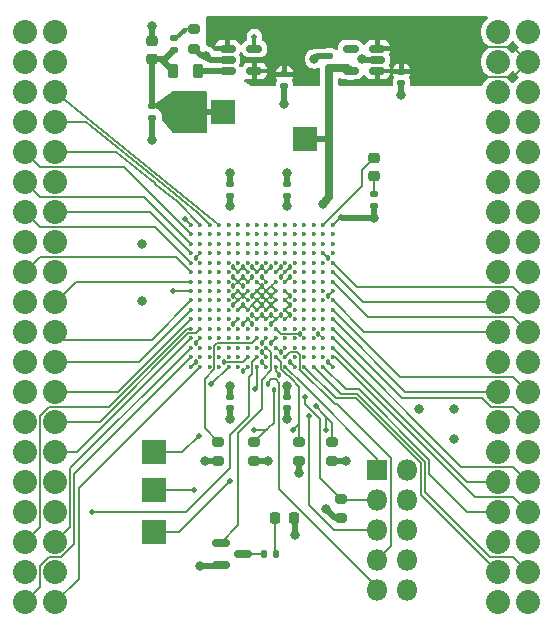
<source format=gtl>
G04 #@! TF.GenerationSoftware,KiCad,Pcbnew,8.0.6*
G04 #@! TF.CreationDate,2025-10-07T20:56:46+05:30*
G04 #@! TF.ProjectId,tt-ecp5-cb,74742d65-6370-4352-9d63-622e6b696361,rev?*
G04 #@! TF.SameCoordinates,Original*
G04 #@! TF.FileFunction,Copper,L1,Top*
G04 #@! TF.FilePolarity,Positive*
%FSLAX46Y46*%
G04 Gerber Fmt 4.6, Leading zero omitted, Abs format (unit mm)*
G04 Created by KiCad (PCBNEW 8.0.6) date 2025-10-07 20:56:46*
%MOMM*%
%LPD*%
G01*
G04 APERTURE LIST*
G04 Aperture macros list*
%AMRoundRect*
0 Rectangle with rounded corners*
0 $1 Rounding radius*
0 $2 $3 $4 $5 $6 $7 $8 $9 X,Y pos of 4 corners*
0 Add a 4 corners polygon primitive as box body*
4,1,4,$2,$3,$4,$5,$6,$7,$8,$9,$2,$3,0*
0 Add four circle primitives for the rounded corners*
1,1,$1+$1,$2,$3*
1,1,$1+$1,$4,$5*
1,1,$1+$1,$6,$7*
1,1,$1+$1,$8,$9*
0 Add four rect primitives between the rounded corners*
20,1,$1+$1,$2,$3,$4,$5,0*
20,1,$1+$1,$4,$5,$6,$7,0*
20,1,$1+$1,$6,$7,$8,$9,0*
20,1,$1+$1,$8,$9,$2,$3,0*%
G04 Aperture macros list end*
G04 #@! TA.AperFunction,SMDPad,CuDef*
%ADD10RoundRect,0.140000X0.170000X-0.140000X0.170000X0.140000X-0.170000X0.140000X-0.170000X-0.140000X0*%
G04 #@! TD*
G04 #@! TA.AperFunction,SMDPad,CuDef*
%ADD11RoundRect,0.200000X0.275000X-0.200000X0.275000X0.200000X-0.275000X0.200000X-0.275000X-0.200000X0*%
G04 #@! TD*
G04 #@! TA.AperFunction,ComponentPad*
%ADD12C,2.032000*%
G04 #@! TD*
G04 #@! TA.AperFunction,SMDPad,CuDef*
%ADD13RoundRect,0.135000X-0.135000X-0.185000X0.135000X-0.185000X0.135000X0.185000X-0.135000X0.185000X0*%
G04 #@! TD*
G04 #@! TA.AperFunction,SMDPad,CuDef*
%ADD14RoundRect,0.200000X-0.275000X0.200000X-0.275000X-0.200000X0.275000X-0.200000X0.275000X0.200000X0*%
G04 #@! TD*
G04 #@! TA.AperFunction,SMDPad,CuDef*
%ADD15RoundRect,0.140000X-0.170000X0.140000X-0.170000X-0.140000X0.170000X-0.140000X0.170000X0.140000X0*%
G04 #@! TD*
G04 #@! TA.AperFunction,SMDPad,CuDef*
%ADD16RoundRect,0.218750X0.256250X-0.218750X0.256250X0.218750X-0.256250X0.218750X-0.256250X-0.218750X0*%
G04 #@! TD*
G04 #@! TA.AperFunction,SMDPad,CuDef*
%ADD17C,0.360000*%
G04 #@! TD*
G04 #@! TA.AperFunction,SMDPad,CuDef*
%ADD18RoundRect,0.218750X0.218750X0.381250X-0.218750X0.381250X-0.218750X-0.381250X0.218750X-0.381250X0*%
G04 #@! TD*
G04 #@! TA.AperFunction,ComponentPad*
%ADD19R,1.800000X1.800000*%
G04 #@! TD*
G04 #@! TA.AperFunction,ComponentPad*
%ADD20O,1.800000X1.800000*%
G04 #@! TD*
G04 #@! TA.AperFunction,SMDPad,CuDef*
%ADD21RoundRect,0.135000X0.185000X-0.135000X0.185000X0.135000X-0.185000X0.135000X-0.185000X-0.135000X0*%
G04 #@! TD*
G04 #@! TA.AperFunction,SMDPad,CuDef*
%ADD22R,2.000000X2.000000*%
G04 #@! TD*
G04 #@! TA.AperFunction,SMDPad,CuDef*
%ADD23RoundRect,0.150000X0.512500X0.150000X-0.512500X0.150000X-0.512500X-0.150000X0.512500X-0.150000X0*%
G04 #@! TD*
G04 #@! TA.AperFunction,SMDPad,CuDef*
%ADD24RoundRect,0.225000X0.250000X-0.225000X0.250000X0.225000X-0.250000X0.225000X-0.250000X-0.225000X0*%
G04 #@! TD*
G04 #@! TA.AperFunction,SMDPad,CuDef*
%ADD25RoundRect,0.150000X-0.587500X-0.150000X0.587500X-0.150000X0.587500X0.150000X-0.587500X0.150000X0*%
G04 #@! TD*
G04 #@! TA.AperFunction,SMDPad,CuDef*
%ADD26RoundRect,0.218750X-0.218750X-0.256250X0.218750X-0.256250X0.218750X0.256250X-0.218750X0.256250X0*%
G04 #@! TD*
G04 #@! TA.AperFunction,SMDPad,CuDef*
%ADD27RoundRect,0.150000X-0.512500X-0.150000X0.512500X-0.150000X0.512500X0.150000X-0.512500X0.150000X0*%
G04 #@! TD*
G04 #@! TA.AperFunction,ViaPad*
%ADD28C,0.457200*%
G04 #@! TD*
G04 #@! TA.AperFunction,ViaPad*
%ADD29C,0.812800*%
G04 #@! TD*
G04 #@! TA.AperFunction,ViaPad*
%ADD30C,0.508000*%
G04 #@! TD*
G04 #@! TA.AperFunction,Conductor*
%ADD31C,0.203200*%
G04 #@! TD*
G04 #@! TA.AperFunction,Conductor*
%ADD32C,0.508000*%
G04 #@! TD*
G04 #@! TA.AperFunction,Conductor*
%ADD33C,0.127000*%
G04 #@! TD*
G04 #@! TA.AperFunction,Conductor*
%ADD34C,0.304800*%
G04 #@! TD*
G04 #@! TA.AperFunction,Conductor*
%ADD35C,0.711200*%
G04 #@! TD*
G04 APERTURE END LIST*
D10*
G04 #@! TO.P,C8,1*
G04 #@! TO.N,GND*
X117348000Y-96591000D03*
G04 #@! TO.P,C8,2*
G04 #@! TO.N,+3V3*
X117348000Y-95631000D03*
G04 #@! TD*
D11*
G04 #@! TO.P,R5,1*
G04 #@! TO.N,GND*
X125984000Y-101092000D03*
G04 #@! TO.P,R5,2*
G04 #@! TO.N,Net-(U1H-CFG_1)*
X125984000Y-99442000D03*
G04 #@! TD*
D12*
G04 #@! TO.P,J2,A1,GND*
G04 #@! TO.N,GND*
X99969000Y-64770000D03*
G04 #@! TO.P,J2,A2,ctrl_ena*
G04 #@! TO.N,CONFIG_SCK*
X102509000Y-64770000D03*
G04 #@! TO.P,J2,A3,ctrl_inc*
G04 #@! TO.N,CONFIG_INITN*
X99969000Y-67310000D03*
G04 #@! TO.P,J2,A4,ctrl_~{rst}*
G04 #@! TO.N,CONFIG_PROGRAMN*
X102509000Y-67310000D03*
G04 #@! TO.P,J2,A5,GND*
G04 #@! TO.N,GND*
X99969000Y-69850000D03*
G04 #@! TO.P,J2,A6,RES1*
G04 #@! TO.N,res1*
X102509000Y-69850000D03*
G04 #@! TO.P,J2,A7,VCCD*
G04 #@! TO.N,unconnected-(J2A-VCCD-PadA7)*
X99969000Y-72390000D03*
G04 #@! TO.P,J2,A8,RES2*
G04 #@! TO.N,res2*
X102509000Y-72390000D03*
G04 #@! TO.P,J2,A9,ui_in[0]*
G04 #@! TO.N,in0*
X99969000Y-74930000D03*
G04 #@! TO.P,J2,A10,RES3*
G04 #@! TO.N,res3*
X102509000Y-74930000D03*
G04 #@! TO.P,J2,A11,ui_in[1]*
G04 #@! TO.N,in1*
X99969000Y-77470000D03*
G04 #@! TO.P,J2,A12,GND*
G04 #@! TO.N,GND*
X102509000Y-77470000D03*
G04 #@! TO.P,J2,A13,ui_in[3]*
G04 #@! TO.N,in3*
X99969000Y-80010000D03*
G04 #@! TO.P,J2,A14,ui_in[2]*
G04 #@! TO.N,in2*
X102509000Y-80010000D03*
G04 #@! TO.P,J2,A15,GND*
G04 #@! TO.N,GND*
X99969000Y-82550000D03*
G04 #@! TO.P,J2,A16,ui_in[6]*
G04 #@! TO.N,in6*
X102509000Y-82550000D03*
G04 #@! TO.P,J2,A17,ui_in[4]*
G04 #@! TO.N,in4*
X99969000Y-85090000D03*
G04 #@! TO.P,J2,A18,GND*
G04 #@! TO.N,GND*
X102509000Y-85090000D03*
G04 #@! TO.P,J2,A19,ui_in[5]*
G04 #@! TO.N,in5*
X99969000Y-87630000D03*
G04 #@! TO.P,J2,A20,an0*
G04 #@! TO.N,an0*
X102509000Y-87630000D03*
G04 #@! TO.P,J2,A21,GND*
G04 #@! TO.N,GND*
X99969000Y-90170000D03*
G04 #@! TO.P,J2,A22,an1*
G04 #@! TO.N,an1*
X102509000Y-90170000D03*
G04 #@! TO.P,J2,A23,GND*
G04 #@! TO.N,GND*
X99969000Y-92710000D03*
G04 #@! TO.P,J2,A24,an2*
G04 #@! TO.N,an2*
X102509000Y-92710000D03*
G04 #@! TO.P,J2,A25,GND*
G04 #@! TO.N,GND*
X99969000Y-95250000D03*
G04 #@! TO.P,J2,A26,an3*
G04 #@! TO.N,an3*
X102509000Y-95250000D03*
G04 #@! TO.P,J2,A27,GND*
G04 #@! TO.N,GND*
X99969000Y-97790000D03*
G04 #@! TO.P,J2,A28,an4*
G04 #@! TO.N,an4*
X102509000Y-97790000D03*
G04 #@! TO.P,J2,A29,GND*
G04 #@! TO.N,GND*
X99969000Y-100330000D03*
G04 #@! TO.P,J2,A30,an5*
G04 #@! TO.N,an5*
X102509000Y-100330000D03*
G04 #@! TO.P,J2,A31,GND*
G04 #@! TO.N,GND*
X99969000Y-102870000D03*
G04 #@! TO.P,J2,A32,GND*
X102509000Y-102870000D03*
G04 #@! TO.P,J2,A33,GND*
X99969000Y-105410000D03*
G04 #@! TO.P,J2,A34,ui_in[7]*
G04 #@! TO.N,in7*
X102509000Y-105410000D03*
G04 #@! TO.P,J2,A35,proj_clk*
G04 #@! TO.N,proj_clk*
X99969000Y-107950000D03*
G04 #@! TO.P,J2,A36,proj_~{rst}*
G04 #@! TO.N,proj_rstn*
X102509000Y-107950000D03*
G04 #@! TO.P,J2,A37,GND*
G04 #@! TO.N,GND*
X99969000Y-110490000D03*
G04 #@! TO.P,J2,A38,GND*
X102509000Y-110490000D03*
G04 #@! TO.P,J2,A39,uio[0]*
G04 #@! TO.N,uio0*
X99969000Y-113030000D03*
G04 #@! TO.P,J2,A40,uio[1]*
G04 #@! TO.N,uio1*
X102509000Y-113030000D03*
G04 #@! TO.P,J2,B1,GND*
G04 #@! TO.N,GND*
X139969000Y-64770000D03*
G04 #@! TO.P,J2,B2,VDDA*
G04 #@! TO.N,unconnected-(J2A-VDDA-PadB2)*
X142509000Y-64770000D03*
G04 #@! TO.P,J2,B3,GND*
G04 #@! TO.N,GND*
X139969000Y-67310000D03*
G04 #@! TO.P,J2,B4,VDDIO*
G04 #@! TO.N,+3V3*
X142509000Y-67310000D03*
G04 #@! TO.P,J2,B5,an11*
G04 #@! TO.N,unconnected-(J2D-an11-PadB5)*
X139969000Y-69850000D03*
G04 #@! TO.P,J2,B6,GND*
G04 #@! TO.N,GND*
X142509000Y-69850000D03*
G04 #@! TO.P,J2,B7,an10*
G04 #@! TO.N,unconnected-(J2D-an10-PadB7)*
X139969000Y-72390000D03*
G04 #@! TO.P,J2,B8,GND*
G04 #@! TO.N,GND*
X142509000Y-72390000D03*
G04 #@! TO.P,J2,B9,an9*
G04 #@! TO.N,unconnected-(J2D-an9-PadB9)*
X139969000Y-74930000D03*
G04 #@! TO.P,J2,B10,GND*
G04 #@! TO.N,GND*
X142509000Y-74930000D03*
G04 #@! TO.P,J2,B11,an8*
G04 #@! TO.N,unconnected-(J2D-an8-PadB11)*
X139969000Y-77470000D03*
G04 #@! TO.P,J2,B12,GND*
G04 #@! TO.N,GND*
X142509000Y-77470000D03*
G04 #@! TO.P,J2,B13,an7*
G04 #@! TO.N,unconnected-(J2D-an7-PadB13)*
X139969000Y-80010000D03*
G04 #@! TO.P,J2,B14,GND*
G04 #@! TO.N,GND*
X142509000Y-80010000D03*
G04 #@! TO.P,J2,B15,an6*
G04 #@! TO.N,unconnected-(J2D-an6-PadB15)*
X139969000Y-82550000D03*
G04 #@! TO.P,J2,B16,GND*
G04 #@! TO.N,GND*
X142509000Y-82550000D03*
G04 #@! TO.P,J2,B17,GND*
X139969000Y-85090000D03*
G04 #@! TO.P,J2,B18,GND*
X142509000Y-85090000D03*
G04 #@! TO.P,J2,B19,uo_out[6]*
G04 #@! TO.N,out6*
X139969000Y-87630000D03*
G04 #@! TO.P,J2,B20,uo_out[7]*
G04 #@! TO.N,out7*
X142509000Y-87630000D03*
G04 #@! TO.P,J2,B21,uo_out[4]*
G04 #@! TO.N,out4*
X139969000Y-90170000D03*
G04 #@! TO.P,J2,B22,uo_out[5]*
G04 #@! TO.N,out5*
X142509000Y-90170000D03*
G04 #@! TO.P,J2,B23,GND*
G04 #@! TO.N,GND*
X139969000Y-92710000D03*
G04 #@! TO.P,J2,B24,GND*
X142509000Y-92710000D03*
G04 #@! TO.P,J2,B25,uo_out[2]*
G04 #@! TO.N,out2*
X139969000Y-95250000D03*
G04 #@! TO.P,J2,B26,uo_out[3]*
G04 #@! TO.N,out3*
X142509000Y-95250000D03*
G04 #@! TO.P,J2,B27,uo_out[0]*
G04 #@! TO.N,out0*
X139969000Y-97790000D03*
G04 #@! TO.P,J2,B28,uo_out[1]*
G04 #@! TO.N,out1*
X142509000Y-97790000D03*
G04 #@! TO.P,J2,B29,GND*
G04 #@! TO.N,GND*
X139969000Y-100330000D03*
G04 #@! TO.P,J2,B30,GND*
X142509000Y-100330000D03*
G04 #@! TO.P,J2,B31,uio[6]*
G04 #@! TO.N,uio6*
X139969000Y-102870000D03*
G04 #@! TO.P,J2,B32,uio[7]*
G04 #@! TO.N,uio7*
X142509000Y-102870000D03*
G04 #@! TO.P,J2,B33,uio[4]*
G04 #@! TO.N,uio4*
X139969000Y-105410000D03*
G04 #@! TO.P,J2,B34,uio[5]*
G04 #@! TO.N,uio5*
X142509000Y-105410000D03*
G04 #@! TO.P,J2,B35,GND*
G04 #@! TO.N,GND*
X139969000Y-107950000D03*
G04 #@! TO.P,J2,B36,GND*
X142509000Y-107950000D03*
G04 #@! TO.P,J2,B37,uio[2]*
G04 #@! TO.N,uio2*
X139969000Y-110490000D03*
G04 #@! TO.P,J2,B38,uio[3]*
G04 #@! TO.N,uio3*
X142509000Y-110490000D03*
G04 #@! TO.P,J2,B39,GND*
G04 #@! TO.N,GND*
X139969000Y-113030000D03*
G04 #@! TO.P,J2,B40,GND*
X142509000Y-113030000D03*
G04 #@! TD*
D13*
G04 #@! TO.P,R8,1*
G04 #@! TO.N,Net-(Q1-D)*
X120163500Y-108966000D03*
G04 #@! TO.P,R8,2*
G04 #@! TO.N,Net-(D1-K)*
X121183500Y-108966000D03*
G04 #@! TD*
D14*
G04 #@! TO.P,R2,1*
G04 #@! TO.N,Net-(U2-FB)*
X114300000Y-64517000D03*
G04 #@! TO.P,R2,2*
G04 #@! TO.N,GND*
X114300000Y-66167000D03*
G04 #@! TD*
D15*
G04 #@! TO.P,C1,1*
G04 #@! TO.N,+3V3*
X121920000Y-68354000D03*
G04 #@! TO.P,C1,2*
G04 #@! TO.N,GND*
X121920000Y-69314000D03*
G04 #@! TD*
D14*
G04 #@! TO.P,R3,1*
G04 #@! TO.N,TCK*
X126746000Y-104268000D03*
G04 #@! TO.P,R3,2*
G04 #@! TO.N,GND*
X126746000Y-105918000D03*
G04 #@! TD*
D16*
G04 #@! TO.P,D2,1,K*
G04 #@! TO.N,Net-(D2-K)*
X129540000Y-76987500D03*
G04 #@! TO.P,D2,2,A*
G04 #@! TO.N,LED*
X129540000Y-75412500D03*
G04 #@! TD*
D17*
G04 #@! TO.P,U1,A1,GND[27]*
G04 #@! TO.N,GND*
X114000000Y-81100000D03*
G04 #@! TO.P,U1,A2,PT4A/+*
G04 #@! TO.N,res3*
X114800000Y-81100000D03*
G04 #@! TO.P,U1,A3,PT6A/+*
G04 #@! TO.N,res2*
X115600000Y-81100000D03*
G04 #@! TO.P,U1,A4,PT6B/-*
G04 #@! TO.N,res1*
X116400000Y-81100000D03*
G04 #@! TO.P,U1,A5,PT18A/+*
G04 #@! TO.N,unconnected-(U1B-PT18A{slash}+-PadA5)*
X117200000Y-81100000D03*
G04 #@! TO.P,U1,A6,PT18B/-*
G04 #@! TO.N,unconnected-(U1B-PT18B{slash}--PadA6)*
X118000000Y-81100000D03*
G04 #@! TO.P,U1,A7,PT29A/+/PCLKT0_0*
G04 #@! TO.N,unconnected-(U1B-PT29A{slash}+{slash}PCLKT0_0-PadA7)*
X118800000Y-81100000D03*
G04 #@! TO.P,U1,A8,PT29B/-/PCLKC0_0*
G04 #@! TO.N,unconnected-(U1B-PT29B{slash}-{slash}PCLKC0_0-PadA8)*
X119600000Y-81100000D03*
G04 #@! TO.P,U1,A9,PT42A/+*
G04 #@! TO.N,unconnected-(U1C-PT42A{slash}+-PadA9)*
X120400000Y-81100000D03*
G04 #@! TO.P,U1,A10,PT42B/-*
G04 #@! TO.N,unconnected-(U1C-PT42B{slash}--PadA10)*
X121200000Y-81100000D03*
G04 #@! TO.P,U1,A11,PT53A/+*
G04 #@! TO.N,unconnected-(U1C-PT53A{slash}+-PadA11)*
X122000000Y-81100000D03*
G04 #@! TO.P,U1,A12,PT53B/-*
G04 #@! TO.N,unconnected-(U1C-PT53B{slash}--PadA12)*
X122800000Y-81100000D03*
G04 #@! TO.P,U1,A13,PT65A/+*
G04 #@! TO.N,unconnected-(U1C-PT65A{slash}+-PadA13)*
X123600000Y-81100000D03*
G04 #@! TO.P,U1,A14,PT65B/-*
G04 #@! TO.N,unconnected-(U1C-PT65B{slash}--PadA14)*
X124400000Y-81100000D03*
G04 #@! TO.P,U1,A15,PT67B/-*
G04 #@! TO.N,LED*
X125200000Y-81100000D03*
G04 #@! TO.P,U1,A16,GND[27]*
G04 #@! TO.N,GND*
X126000000Y-81100000D03*
G04 #@! TO.P,U1,B1,PL2A/+/HS/LDQ8*
G04 #@! TO.N,in0*
X114000000Y-81900000D03*
G04 #@! TO.P,U1,B2,PL2B/-/HS/LDQ8*
G04 #@! TO.N,unconnected-(U1G-PL2B{slash}-{slash}HS{slash}LDQ8-PadB2)*
X114800000Y-81900000D03*
G04 #@! TO.P,U1,B3,PT4B/-*
G04 #@! TO.N,unconnected-(U1B-PT4B{slash}--PadB3)*
X115600000Y-81900000D03*
G04 #@! TO.P,U1,B4,PT11B/-*
G04 #@! TO.N,unconnected-(U1B-PT11B{slash}--PadB4)*
X116400000Y-81900000D03*
G04 #@! TO.P,U1,B5,PT15B/-*
G04 #@! TO.N,unconnected-(U1B-PT15B{slash}--PadB5)*
X117200000Y-81900000D03*
G04 #@! TO.P,U1,B6,PT22B/-*
G04 #@! TO.N,unconnected-(U1B-PT22B{slash}--PadB6)*
X118000000Y-81900000D03*
G04 #@! TO.P,U1,B7,PT27B/-/PCLKC0_1*
G04 #@! TO.N,unconnected-(U1B-PT27B{slash}-{slash}PCLKC0_1-PadB7)*
X118800000Y-81900000D03*
G04 #@! TO.P,U1,B8,PT35B/-/PCLKC1_0*
G04 #@! TO.N,unconnected-(U1C-PT35B{slash}-{slash}PCLKC1_0-PadB8)*
X119600000Y-81900000D03*
G04 #@! TO.P,U1,B9,PT38A/+/GR_PCLK1_0*
G04 #@! TO.N,unconnected-(U1C-PT38A{slash}+{slash}GR_PCLK1_0-PadB9)*
X120400000Y-81900000D03*
G04 #@! TO.P,U1,B10,PT44A/+*
G04 #@! TO.N,unconnected-(U1C-PT44A{slash}+-PadB10)*
X121200000Y-81900000D03*
G04 #@! TO.P,U1,B11,PT49A/+*
G04 #@! TO.N,unconnected-(U1C-PT49A{slash}+-PadB11)*
X122000000Y-81900000D03*
G04 #@! TO.P,U1,B12,PT56A/+*
G04 #@! TO.N,unconnected-(U1C-PT56A{slash}+-PadB12)*
X122800000Y-81900000D03*
G04 #@! TO.P,U1,B13,PT60A/+*
G04 #@! TO.N,unconnected-(U1C-PT60A{slash}+-PadB13)*
X123600000Y-81900000D03*
G04 #@! TO.P,U1,B14,PT67A/+*
G04 #@! TO.N,unconnected-(U1C-PT67A{slash}+-PadB14)*
X124400000Y-81900000D03*
G04 #@! TO.P,U1,B15,PR2B/-/S0_IN/HS/RDQ8*
G04 #@! TO.N,unconnected-(U1D-PR2B{slash}-{slash}S0_IN{slash}HS{slash}RDQ8-PadB15)*
X125200000Y-81900000D03*
G04 #@! TO.P,U1,B16,PR2A/+/HS/RDQ8*
G04 #@! TO.N,unconnected-(U1D-PR2A{slash}+{slash}HS{slash}RDQ8-PadB16)*
X126000000Y-81900000D03*
G04 #@! TO.P,U1,C1,PL5A/+/HS/LDQ8*
G04 #@! TO.N,in1*
X114000000Y-82700000D03*
G04 #@! TO.P,U1,C2,PL5B/-/HS/LDQ8*
G04 #@! TO.N,unconnected-(U1G-PL5B{slash}-{slash}HS{slash}LDQ8-PadC2)*
X114800000Y-82700000D03*
G04 #@! TO.P,U1,C3,PL2C/+/LDQ8*
G04 #@! TO.N,unconnected-(U1G-PL2C{slash}+{slash}LDQ8-PadC3)*
X115600000Y-82700000D03*
G04 #@! TO.P,U1,C4,PT11A/+*
G04 #@! TO.N,unconnected-(U1B-PT11A{slash}+-PadC4)*
X116400000Y-82700000D03*
G04 #@! TO.P,U1,C5,PT15A/+*
G04 #@! TO.N,unconnected-(U1B-PT15A{slash}+-PadC5)*
X117200000Y-82700000D03*
G04 #@! TO.P,U1,C6,PT22A/+*
G04 #@! TO.N,unconnected-(U1B-PT22A{slash}+-PadC6)*
X118000000Y-82700000D03*
G04 #@! TO.P,U1,C7,PT27A/+/PCLKT0_1*
G04 #@! TO.N,unconnected-(U1B-PT27A{slash}+{slash}PCLKT0_1-PadC7)*
X118800000Y-82700000D03*
G04 #@! TO.P,U1,C8,PT35A/+/PCLKT1_0*
G04 #@! TO.N,unconnected-(U1C-PT35A{slash}+{slash}PCLKT1_0-PadC8)*
X119600000Y-82700000D03*
G04 #@! TO.P,U1,C9,PT38B/-/GR_PCLK1_1*
G04 #@! TO.N,unconnected-(U1C-PT38B{slash}-{slash}GR_PCLK1_1-PadC9)*
X120400000Y-82700000D03*
G04 #@! TO.P,U1,C10,PT44B/-*
G04 #@! TO.N,unconnected-(U1C-PT44B{slash}--PadC10)*
X121200000Y-82700000D03*
G04 #@! TO.P,U1,C11,PT49B/-*
G04 #@! TO.N,unconnected-(U1C-PT49B{slash}--PadC11)*
X122000000Y-82700000D03*
G04 #@! TO.P,U1,C12,PT56B/-*
G04 #@! TO.N,unconnected-(U1C-PT56B{slash}--PadC12)*
X122800000Y-82700000D03*
G04 #@! TO.P,U1,C13,PT60B/-*
G04 #@! TO.N,unconnected-(U1C-PT60B{slash}--PadC13)*
X123600000Y-82700000D03*
G04 #@! TO.P,U1,C14,PR2C/+/RDQ8*
G04 #@! TO.N,unconnected-(U1D-PR2C{slash}+{slash}RDQ8-PadC14)*
X124400000Y-82700000D03*
G04 #@! TO.P,U1,C15,PR5B/-/HS/RDQ8*
G04 #@! TO.N,unconnected-(U1D-PR5B{slash}-{slash}HS{slash}RDQ8-PadC15)*
X125200000Y-82700000D03*
G04 #@! TO.P,U1,C16,PR5A/+/HS/RDQ8*
G04 #@! TO.N,unconnected-(U1D-PR5A{slash}+{slash}HS{slash}RDQ8-PadC16)*
X126000000Y-82700000D03*
G04 #@! TO.P,U1,D1,PL8A/+/HS/LDQS8*
G04 #@! TO.N,in2*
X114000000Y-83500000D03*
G04 #@! TO.P,U1,D2,GND[27]*
G04 #@! TO.N,GND*
X114800000Y-83500000D03*
G04 #@! TO.P,U1,D3,PL2D/-/LDQ8*
G04 #@! TO.N,unconnected-(U1G-PL2D{slash}-{slash}LDQ8-PadD3)*
X115600000Y-83500000D03*
G04 #@! TO.P,U1,D4,PT9B/-*
G04 #@! TO.N,unconnected-(U1B-PT9B{slash}--PadD4)*
X116400000Y-83500000D03*
G04 #@! TO.P,U1,D5,PT13B/-*
G04 #@! TO.N,unconnected-(U1B-PT13B{slash}--PadD5)*
X117200000Y-83500000D03*
G04 #@! TO.P,U1,D6,PT20B/-*
G04 #@! TO.N,unconnected-(U1B-PT20B{slash}--PadD6)*
X118000000Y-83500000D03*
G04 #@! TO.P,U1,D7,PT24B/-/GR_PCLK0_0*
G04 #@! TO.N,unconnected-(U1B-PT24B{slash}-{slash}GR_PCLK0_0-PadD7)*
X118800000Y-83500000D03*
G04 #@! TO.P,U1,D8,PT33B/-/PCLKC1_1*
G04 #@! TO.N,unconnected-(U1C-PT33B{slash}-{slash}PCLKC1_1-PadD8)*
X119600000Y-83500000D03*
G04 #@! TO.P,U1,D9,PT40A/+*
G04 #@! TO.N,unconnected-(U1C-PT40A{slash}+-PadD9)*
X120400000Y-83500000D03*
G04 #@! TO.P,U1,D10,PT47A/+*
G04 #@! TO.N,unconnected-(U1C-PT47A{slash}+-PadD10)*
X121200000Y-83500000D03*
G04 #@! TO.P,U1,D11,PT51A/+*
G04 #@! TO.N,unconnected-(U1C-PT51A{slash}+-PadD11)*
X122000000Y-83500000D03*
G04 #@! TO.P,U1,D12,PT58A/+*
G04 #@! TO.N,unconnected-(U1C-PT58A{slash}+-PadD12)*
X122800000Y-83500000D03*
G04 #@! TO.P,U1,D13,PT62A/+*
G04 #@! TO.N,unconnected-(U1C-PT62A{slash}+-PadD13)*
X123600000Y-83500000D03*
G04 #@! TO.P,U1,D14,PR2D/-/RDQ8*
G04 #@! TO.N,unconnected-(U1D-PR2D{slash}-{slash}RDQ8-PadD14)*
X124400000Y-83500000D03*
G04 #@! TO.P,U1,D15,GND[27]*
G04 #@! TO.N,GND*
X125200000Y-83500000D03*
G04 #@! TO.P,U1,D16,PR8A/+/HS/RDQS8*
G04 #@! TO.N,unconnected-(U1D-PR8A{slash}+{slash}HS{slash}RDQS8-PadD16)*
X126000000Y-83500000D03*
G04 #@! TO.P,U1,E1,PL11D/-/LDQ8*
G04 #@! TO.N,in3*
X114000000Y-84300000D03*
G04 #@! TO.P,U1,E2,PL8B/-/HS/LDQSN8*
G04 #@! TO.N,unconnected-(U1G-PL8B{slash}-{slash}HS{slash}LDQSN8-PadE2)*
X114800000Y-84300000D03*
G04 #@! TO.P,U1,E3,PL5C/+/LDQ8*
G04 #@! TO.N,unconnected-(U1G-PL5C{slash}+{slash}LDQ8-PadE3)*
X115600000Y-84300000D03*
G04 #@! TO.P,U1,E4,PT9A/+*
G04 #@! TO.N,unconnected-(U1B-PT9A{slash}+-PadE4)*
X116400000Y-84300000D03*
G04 #@! TO.P,U1,E5,PT13A/+*
G04 #@! TO.N,unconnected-(U1B-PT13A{slash}+-PadE5)*
X117200000Y-84300000D03*
G04 #@! TO.P,U1,E6,PT20A/+*
G04 #@! TO.N,unconnected-(U1B-PT20A{slash}+-PadE6)*
X118000000Y-84300000D03*
G04 #@! TO.P,U1,E7,PT24A/+/GR_PCLK0_1*
G04 #@! TO.N,unconnected-(U1B-PT24A{slash}+{slash}GR_PCLK0_1-PadE7)*
X118800000Y-84300000D03*
G04 #@! TO.P,U1,E8,PT33A/+/PCLKT1_1*
G04 #@! TO.N,unconnected-(U1C-PT33A{slash}+{slash}PCLKT1_1-PadE8)*
X119600000Y-84300000D03*
G04 #@! TO.P,U1,E9,PT40B/-*
G04 #@! TO.N,unconnected-(U1C-PT40B{slash}--PadE9)*
X120400000Y-84300000D03*
G04 #@! TO.P,U1,E10,PT47B/-*
G04 #@! TO.N,unconnected-(U1C-PT47B{slash}--PadE10)*
X121200000Y-84300000D03*
G04 #@! TO.P,U1,E11,PT51B/-*
G04 #@! TO.N,unconnected-(U1C-PT51B{slash}--PadE11)*
X122000000Y-84300000D03*
G04 #@! TO.P,U1,E12,PT58B/-*
G04 #@! TO.N,unconnected-(U1C-PT58B{slash}--PadE12)*
X122800000Y-84300000D03*
G04 #@! TO.P,U1,E13,PT62B/-*
G04 #@! TO.N,unconnected-(U1C-PT62B{slash}--PadE13)*
X123600000Y-84300000D03*
G04 #@! TO.P,U1,E14,PR5C/+/RDQ8*
G04 #@! TO.N,unconnected-(U1D-PR5C{slash}+{slash}RDQ8-PadE14)*
X124400000Y-84300000D03*
G04 #@! TO.P,U1,E15,PR8B/-/HS/RDQSN8*
G04 #@! TO.N,unconnected-(U1D-PR8B{slash}-{slash}HS{slash}RDQSN8-PadE15)*
X125200000Y-84300000D03*
G04 #@! TO.P,U1,E16,PR11D/-/RDQ8*
G04 #@! TO.N,out7*
X126000000Y-84300000D03*
G04 #@! TO.P,U1,F1,PL14A/+/HS/LDQ20*
G04 #@! TO.N,in4*
X114000000Y-85100000D03*
G04 #@! TO.P,U1,F2,PL11C/+/LDQ8*
G04 #@! TO.N,unconnected-(U1G-PL11C{slash}+{slash}LDQ8-PadF2)*
X114800000Y-85100000D03*
G04 #@! TO.P,U1,F3,PL5D/-/LDQ8*
G04 #@! TO.N,unconnected-(U1G-PL5D{slash}-{slash}LDQ8-PadF3)*
X115600000Y-85100000D03*
G04 #@! TO.P,U1,F4,PL8C/+/LDQ8*
G04 #@! TO.N,unconnected-(U1G-PL8C{slash}+{slash}LDQ8-PadF4)*
X116400000Y-85100000D03*
G04 #@! TO.P,U1,F5,PL8D/-/LDQ8*
G04 #@! TO.N,unconnected-(U1G-PL8D{slash}-{slash}LDQ8-PadF5)*
X117200000Y-85100000D03*
G04 #@! TO.P,U1,F6,VCCIO0[2]*
G04 #@! TO.N,+3V3*
X118000000Y-85100000D03*
G04 #@! TO.P,U1,F7,VCCIO0[2]*
X118800000Y-85100000D03*
G04 #@! TO.P,U1,F8,GND[27]*
G04 #@! TO.N,GND*
X119600000Y-85100000D03*
G04 #@! TO.P,U1,F9,GND[27]*
X120400000Y-85100000D03*
G04 #@! TO.P,U1,F10,VCCIO1[2]*
G04 #@! TO.N,+3V3*
X121200000Y-85100000D03*
G04 #@! TO.P,U1,F11,VCCIO1[2]*
X122000000Y-85100000D03*
G04 #@! TO.P,U1,F12,PR8D/-/RDQ8*
G04 #@! TO.N,unconnected-(U1D-PR8D{slash}-{slash}RDQ8-PadF12)*
X122800000Y-85100000D03*
G04 #@! TO.P,U1,F13,PR8C/+/RDQ8*
G04 #@! TO.N,unconnected-(U1D-PR8C{slash}+{slash}RDQ8-PadF13)*
X123600000Y-85100000D03*
G04 #@! TO.P,U1,F14,PR5D/-/RDQ8*
G04 #@! TO.N,unconnected-(U1D-PR5D{slash}-{slash}RDQ8-PadF14)*
X124400000Y-85100000D03*
G04 #@! TO.P,U1,F15,PR11C/+/RDQ8*
G04 #@! TO.N,unconnected-(U1D-PR11C{slash}+{slash}RDQ8-PadF15)*
X125200000Y-85100000D03*
G04 #@! TO.P,U1,F16,PR14A/+/HS/RDQ20*
G04 #@! TO.N,out6*
X126000000Y-85100000D03*
G04 #@! TO.P,U1,G1,PL20A/+/GR_PCLK7_1/HS/LDQS20*
G04 #@! TO.N,an0*
X114000000Y-85900000D03*
G04 #@! TO.P,U1,G2,PL14B/-/HS/LDQ20*
G04 #@! TO.N,unconnected-(U1G-PL14B{slash}-{slash}HS{slash}LDQ20-PadG2)*
X114800000Y-85900000D03*
G04 #@! TO.P,U1,G3,PL14C/+/VREF1_7/LDQ20*
G04 #@! TO.N,unconnected-(U1G-PL14C{slash}+{slash}VREF1_7{slash}LDQ20-PadG3)*
X115600000Y-85900000D03*
G04 #@! TO.P,U1,G4,PL11B/-/HS/LDQ8*
G04 #@! TO.N,unconnected-(U1G-PL11B{slash}-{slash}HS{slash}LDQ8-PadG4)*
X116400000Y-85900000D03*
G04 #@! TO.P,U1,G5,PL11A/+/HS/LDQ8*
G04 #@! TO.N,unconnected-(U1G-PL11A{slash}+{slash}HS{slash}LDQ8-PadG5)*
X117200000Y-85900000D03*
G04 #@! TO.P,U1,G6,VCC[6]*
G04 #@! TO.N,+1V1*
X118000000Y-85900000D03*
G04 #@! TO.P,U1,G7,VCC[6]*
X118800000Y-85900000D03*
G04 #@! TO.P,U1,G8,GND[27]*
G04 #@! TO.N,GND*
X119600000Y-85900000D03*
G04 #@! TO.P,U1,G9,VCC[6]*
G04 #@! TO.N,+1V1*
X120400000Y-85900000D03*
G04 #@! TO.P,U1,G10,GND[27]*
G04 #@! TO.N,GND*
X121200000Y-85900000D03*
G04 #@! TO.P,U1,G11,VCCAUX[2]*
G04 #@! TO.N,+2V5*
X122000000Y-85900000D03*
G04 #@! TO.P,U1,G12,PR11A/+/HS/RDQ8*
G04 #@! TO.N,unconnected-(U1D-PR11A{slash}+{slash}HS{slash}RDQ8-PadG12)*
X122800000Y-85900000D03*
G04 #@! TO.P,U1,G13,PR11B/-/HS/RDQ8*
G04 #@! TO.N,unconnected-(U1D-PR11B{slash}-{slash}HS{slash}RDQ8-PadG13)*
X123600000Y-85900000D03*
G04 #@! TO.P,U1,G14,PR14C/+/VREF1_2/RDQ20*
G04 #@! TO.N,unconnected-(U1D-PR14C{slash}+{slash}VREF1_2{slash}RDQ20-PadG14)*
X124400000Y-85900000D03*
G04 #@! TO.P,U1,G15,PR14B/-/HS/RDQ20*
G04 #@! TO.N,unconnected-(U1D-PR14B{slash}-{slash}HS{slash}RDQ20-PadG15)*
X125200000Y-85900000D03*
G04 #@! TO.P,U1,G16,PR20A/+/GR_PCLK2_1/HS/RDQS20*
G04 #@! TO.N,out5*
X126000000Y-85900000D03*
G04 #@! TO.P,U1,H1,GND[27]*
G04 #@! TO.N,GND*
X114000000Y-86700000D03*
G04 #@! TO.P,U1,H2,PL20B/-/HS/LDQSN20*
G04 #@! TO.N,unconnected-(U1G-PL20B{slash}-{slash}HS{slash}LDQSN20-PadH2)*
X114800000Y-86700000D03*
G04 #@! TO.P,U1,H3,PL14D/-/LDQ20*
G04 #@! TO.N,unconnected-(U1G-PL14D{slash}-{slash}LDQ20-PadH3)*
X115600000Y-86700000D03*
G04 #@! TO.P,U1,H4,PL17B/-/HS/LDQ20*
G04 #@! TO.N,unconnected-(U1G-PL17B{slash}-{slash}HS{slash}LDQ20-PadH4)*
X116400000Y-86700000D03*
G04 #@! TO.P,U1,H5,PL17A/+/HS/LDQ20*
G04 #@! TO.N,unconnected-(U1G-PL17A{slash}+{slash}HS{slash}LDQ20-PadH5)*
X117200000Y-86700000D03*
G04 #@! TO.P,U1,H6,VCCIO7[2]*
G04 #@! TO.N,+3V3*
X118000000Y-86700000D03*
G04 #@! TO.P,U1,H7,VCCIO7[2]*
X118800000Y-86700000D03*
G04 #@! TO.P,U1,H8,GND[27]*
G04 #@! TO.N,GND*
X119600000Y-86700000D03*
G04 #@! TO.P,U1,H9,GND[27]*
X120400000Y-86700000D03*
G04 #@! TO.P,U1,H10,GND[27]*
X121200000Y-86700000D03*
G04 #@! TO.P,U1,H11,VCCIO2[2]*
G04 #@! TO.N,+3V3*
X122000000Y-86700000D03*
G04 #@! TO.P,U1,H12,PR17A/+/HS/RDQ20*
G04 #@! TO.N,unconnected-(U1D-PR17A{slash}+{slash}HS{slash}RDQ20-PadH12)*
X122800000Y-86700000D03*
G04 #@! TO.P,U1,H13,PR17B/-/HS/RDQ20*
G04 #@! TO.N,unconnected-(U1D-PR17B{slash}-{slash}HS{slash}RDQ20-PadH13)*
X123600000Y-86700000D03*
G04 #@! TO.P,U1,H14,PR14D/-/RDQ20*
G04 #@! TO.N,unconnected-(U1D-PR14D{slash}-{slash}RDQ20-PadH14)*
X124400000Y-86700000D03*
G04 #@! TO.P,U1,H15,PR20B/-/HS/RDQSN20*
G04 #@! TO.N,unconnected-(U1D-PR20B{slash}-{slash}HS{slash}RDQSN20-PadH15)*
X125200000Y-86700000D03*
G04 #@! TO.P,U1,H16,GND[27]*
G04 #@! TO.N,GND*
X126000000Y-86700000D03*
G04 #@! TO.P,U1,J1,PL23A/+/PCLKT7_1/HS/LDQ20*
G04 #@! TO.N,an1*
X114000000Y-87500000D03*
G04 #@! TO.P,U1,J2,PL23B/-/PCLKC7_1/HS/LDQ20*
G04 #@! TO.N,unconnected-(U1G-PL23B{slash}-{slash}PCLKC7_1{slash}HS{slash}LDQ20-PadJ2)*
X114800000Y-87500000D03*
G04 #@! TO.P,U1,J3,PL20C/+/GR_PCLK7_0/LDQ20*
G04 #@! TO.N,unconnected-(U1G-PL20C{slash}+{slash}GR_PCLK7_0{slash}LDQ20-PadJ3)*
X115600000Y-87500000D03*
G04 #@! TO.P,U1,J4,PL17C/+/LDQ20*
G04 #@! TO.N,unconnected-(U1G-PL17C{slash}+{slash}LDQ20-PadJ4)*
X116400000Y-87500000D03*
G04 #@! TO.P,U1,J5,PL17D/-/LDQ20*
G04 #@! TO.N,unconnected-(U1G-PL17D{slash}-{slash}LDQ20-PadJ5)*
X117200000Y-87500000D03*
G04 #@! TO.P,U1,J6,VCCIO6[2]*
G04 #@! TO.N,+3V3*
X118000000Y-87500000D03*
G04 #@! TO.P,U1,J7,VCCIO6[2]*
X118800000Y-87500000D03*
G04 #@! TO.P,U1,J8,GND[27]*
G04 #@! TO.N,GND*
X119600000Y-87500000D03*
G04 #@! TO.P,U1,J9,GND[27]*
X120400000Y-87500000D03*
G04 #@! TO.P,U1,J10,GND[27]*
X121200000Y-87500000D03*
G04 #@! TO.P,U1,J11,VCCIO2[2]*
G04 #@! TO.N,+3V3*
X122000000Y-87500000D03*
G04 #@! TO.P,U1,J12,PR17D/-/RDQ20*
G04 #@! TO.N,unconnected-(U1D-PR17D{slash}-{slash}RDQ20-PadJ12)*
X122800000Y-87500000D03*
G04 #@! TO.P,U1,J13,PR17C/+/RDQ20*
G04 #@! TO.N,unconnected-(U1D-PR17C{slash}+{slash}RDQ20-PadJ13)*
X123600000Y-87500000D03*
G04 #@! TO.P,U1,J14,PR20C/+/GR_PCLK2_0/RDQ20*
G04 #@! TO.N,unconnected-(U1D-PR20C{slash}+{slash}GR_PCLK2_0{slash}RDQ20-PadJ14)*
X124400000Y-87500000D03*
G04 #@! TO.P,U1,J15,PR23B/-/PCLKC2_1/HS/RDQ20*
G04 #@! TO.N,unconnected-(U1D-PR23B{slash}-{slash}PCLKC2_1{slash}HS{slash}RDQ20-PadJ15)*
X125200000Y-87500000D03*
G04 #@! TO.P,U1,J16,PR23A/+/PCLKT2_1/HS/RDQ20*
G04 #@! TO.N,out4*
X126000000Y-87500000D03*
G04 #@! TO.P,U1,K1,PL23C/+/PCLKT7_0/LDQ20*
G04 #@! TO.N,an2*
X114000000Y-88300000D03*
G04 #@! TO.P,U1,K2,PL23D/-/PCLKC7_0/LDQ20*
G04 #@! TO.N,unconnected-(U1G-PL23D{slash}-{slash}PCLKC7_0{slash}LDQ20-PadK2)*
X114800000Y-88300000D03*
G04 #@! TO.P,U1,K3,PL20D/-/LDQ20*
G04 #@! TO.N,unconnected-(U1G-PL20D{slash}-{slash}LDQ20-PadK3)*
X115600000Y-88300000D03*
G04 #@! TO.P,U1,K4,PL29A/+/GR_PCLK6_0/HS/LDQ32*
G04 #@! TO.N,unconnected-(U1F-PL29A{slash}+{slash}GR_PCLK6_0{slash}HS{slash}LDQ32-PadK4)*
X116400000Y-88300000D03*
G04 #@! TO.P,U1,K5,PL29B/-/HS/LDQ32*
G04 #@! TO.N,unconnected-(U1F-PL29B{slash}-{slash}HS{slash}LDQ32-PadK5)*
X117200000Y-88300000D03*
G04 #@! TO.P,U1,K6,GND[27]*
G04 #@! TO.N,GND*
X118000000Y-88300000D03*
G04 #@! TO.P,U1,K7,GND[27]*
X118800000Y-88300000D03*
G04 #@! TO.P,U1,K8,GND[27]*
X119600000Y-88300000D03*
G04 #@! TO.P,U1,K9,GND[27]*
X120400000Y-88300000D03*
G04 #@! TO.P,U1,K10,GND[27]*
X121200000Y-88300000D03*
G04 #@! TO.P,U1,K11,VCCIO3[2]*
G04 #@! TO.N,+3V3*
X122000000Y-88300000D03*
G04 #@! TO.P,U1,K12,PR29B/-/HS/RDQ32*
G04 #@! TO.N,unconnected-(U1E-PR29B{slash}-{slash}HS{slash}RDQ32-PadK12)*
X122800000Y-88300000D03*
G04 #@! TO.P,U1,K13,PR29A/+/GR_PCLK3_0/HS/RDQ32*
G04 #@! TO.N,unconnected-(U1E-PR29A{slash}+{slash}GR_PCLK3_0{slash}HS{slash}RDQ32-PadK13)*
X123600000Y-88300000D03*
G04 #@! TO.P,U1,K14,PR20D/-/RDQ20*
G04 #@! TO.N,unconnected-(U1D-PR20D{slash}-{slash}RDQ20-PadK14)*
X124400000Y-88300000D03*
G04 #@! TO.P,U1,K15,PR23D/-/PCLKC2_0/RDQ20*
G04 #@! TO.N,unconnected-(U1D-PR23D{slash}-{slash}PCLKC2_0{slash}RDQ20-PadK15)*
X125200000Y-88300000D03*
G04 #@! TO.P,U1,K16,PR23C/+/PCLKT2_0/RDQ20*
G04 #@! TO.N,out3*
X126000000Y-88300000D03*
G04 #@! TO.P,U1,L1,PL26A/+/PCLKT6_1/HS/LDQ32*
G04 #@! TO.N,an3*
X114000000Y-89100000D03*
G04 #@! TO.P,U1,L2,PL26B/-/PCLKC6_1/HS/LDQ32*
G04 #@! TO.N,unconnected-(U1F-PL26B{slash}-{slash}PCLKC6_1{slash}HS{slash}LDQ32-PadL2)*
X114800000Y-89100000D03*
G04 #@! TO.P,U1,L3,PL32C/+/LDQ32*
G04 #@! TO.N,unconnected-(U1F-PL32C{slash}+{slash}LDQ32-PadL3)*
X115600000Y-89100000D03*
G04 #@! TO.P,U1,L4,PL29C/+/GR_PCLK6_1/LDQ32*
G04 #@! TO.N,unconnected-(U1F-PL29C{slash}+{slash}GR_PCLK6_1{slash}LDQ32-PadL4)*
X116400000Y-89100000D03*
G04 #@! TO.P,U1,L5,PL29D/-/LDQ32*
G04 #@! TO.N,unconnected-(U1F-PL29D{slash}-{slash}LDQ32-PadL5)*
X117200000Y-89100000D03*
G04 #@! TO.P,U1,L6,VCCIO8*
G04 #@! TO.N,+3V3*
X118000000Y-89100000D03*
G04 #@! TO.P,U1,L7,VCCAUX[2]*
G04 #@! TO.N,+2V5*
X118800000Y-89100000D03*
G04 #@! TO.P,U1,L8,VCC[6]*
G04 #@! TO.N,+1V1*
X119600000Y-89100000D03*
G04 #@! TO.P,U1,L9,VCC[6]*
X120400000Y-89100000D03*
G04 #@! TO.P,U1,L10,VCC[6]*
X121200000Y-89100000D03*
G04 #@! TO.P,U1,L11,VCCIO3[2]*
G04 #@! TO.N,+3V3*
X122000000Y-89100000D03*
G04 #@! TO.P,U1,L12,PR29D/-/RDQ32*
G04 #@! TO.N,unconnected-(U1E-PR29D{slash}-{slash}RDQ32-PadL12)*
X122800000Y-89100000D03*
G04 #@! TO.P,U1,L13,PR29C/+/GR_PCLK3_1/RDQ32*
G04 #@! TO.N,unconnected-(U1E-PR29C{slash}+{slash}GR_PCLK3_1{slash}RDQ32-PadL13)*
X123600000Y-89100000D03*
G04 #@! TO.P,U1,L14,PR32C/+/RDQ32*
G04 #@! TO.N,unconnected-(U1E-PR32C{slash}+{slash}RDQ32-PadL14)*
X124400000Y-89100000D03*
G04 #@! TO.P,U1,L15,PR26B/-/PCLKC3_1/HS/RDQ32*
G04 #@! TO.N,unconnected-(U1E-PR26B{slash}-{slash}PCLKC3_1{slash}HS{slash}RDQ32-PadL15)*
X125200000Y-89100000D03*
G04 #@! TO.P,U1,L16,PR26A/+/PCLKT3_1/HS/RDQ32*
G04 #@! TO.N,out2*
X126000000Y-89100000D03*
G04 #@! TO.P,U1,M1,PL26C/+/PCLKT6_0/LDQ32*
G04 #@! TO.N,proj_clk*
X114000000Y-89900000D03*
G04 #@! TO.P,U1,M2,PL26D/-/PCLKC6_0/LDQ32*
G04 #@! TO.N,an4*
X114800000Y-89900000D03*
G04 #@! TO.P,U1,M3,PL32D/-/LDQ32*
G04 #@! TO.N,unconnected-(U1F-PL32D{slash}-{slash}LDQ32-PadM3)*
X115600000Y-89900000D03*
G04 #@! TO.P,U1,M4,PL35C/+/LDQ32*
G04 #@! TO.N,unconnected-(U1F-PL35C{slash}+{slash}LDQ32-PadM4)*
X116400000Y-89900000D03*
G04 #@! TO.P,U1,M5,PL44C/+/LDQ44*
G04 #@! TO.N,unconnected-(U1F-PL44C{slash}+{slash}LDQ44-PadM5)*
X117200000Y-89900000D03*
G04 #@! TO.P,U1,M6,PL47A/+/HS/LDQ44*
G04 #@! TO.N,unconnected-(U1F-PL47A{slash}+{slash}HS{slash}LDQ44-PadM6)*
X118000000Y-89900000D03*
G04 #@! TO.P,U1,M7,PB9B/-/D2/IO2*
G04 #@! TO.N,unconnected-(U1H-PB9B{slash}-{slash}D2{slash}IO2-PadM7)*
X118800000Y-89900000D03*
G04 #@! TO.P,U1,M8,PB15B/-/DOUT/CSON*
G04 #@! TO.N,unconnected-(U1H-PB15B{slash}-{slash}DOUT{slash}CSON-PadM8)*
X119600000Y-89900000D03*
G04 #@! TO.P,U1,M9,PB18A/WRITEN*
G04 #@! TO.N,unconnected-(U1H-PB18A{slash}WRITEN-PadM9)*
X120400000Y-89900000D03*
G04 #@! TO.P,U1,M10,TDO*
G04 #@! TO.N,TDO*
X121200000Y-89900000D03*
G04 #@! TO.P,U1,M11,PR47A/+/HS/RDQ44*
G04 #@! TO.N,unconnected-(U1E-PR47A{slash}+{slash}HS{slash}RDQ44-PadM11)*
X122000000Y-89900000D03*
G04 #@! TO.P,U1,M12,PR44C/+/RDQ44*
G04 #@! TO.N,unconnected-(U1E-PR44C{slash}+{slash}RDQ44-PadM12)*
X122800000Y-89900000D03*
G04 #@! TO.P,U1,M13,PR35C/+/RDQ32*
G04 #@! TO.N,unconnected-(U1E-PR35C{slash}+{slash}RDQ32-PadM13)*
X123600000Y-89900000D03*
G04 #@! TO.P,U1,M14,PR32D/-/RDQ32*
G04 #@! TO.N,unconnected-(U1E-PR32D{slash}-{slash}RDQ32-PadM14)*
X124400000Y-89900000D03*
G04 #@! TO.P,U1,M15,PR26D/-/PCLKC3_0/RDQ32*
G04 #@! TO.N,unconnected-(U1E-PR26D{slash}-{slash}PCLKC3_0{slash}RDQ32-PadM15)*
X125200000Y-89900000D03*
G04 #@! TO.P,U1,M16,PR26C/+/PCLKT3_0/RDQ32*
G04 #@! TO.N,out1*
X126000000Y-89900000D03*
G04 #@! TO.P,U1,N1,PL32A/+/HS/LDQS32*
G04 #@! TO.N,an5*
X114000000Y-90700000D03*
G04 #@! TO.P,U1,N2,GND[27]*
G04 #@! TO.N,GND*
X114800000Y-90700000D03*
G04 #@! TO.P,U1,N3,PL35D/-/LDQ32*
G04 #@! TO.N,unconnected-(U1F-PL35D{slash}-{slash}LDQ32-PadN3)*
X115600000Y-90700000D03*
G04 #@! TO.P,U1,N4,PL38A/+/HS/LDQ44*
G04 #@! TO.N,unconnected-(U1F-PL38A{slash}+{slash}HS{slash}LDQ44-PadN4)*
X116400000Y-90700000D03*
G04 #@! TO.P,U1,N5,PL44D/-/LDQ44*
G04 #@! TO.N,unconnected-(U1F-PL44D{slash}-{slash}LDQ44-PadN5)*
X117200000Y-90700000D03*
G04 #@! TO.P,U1,N6,PL47B/-/HS/LDQ44*
G04 #@! TO.N,unconnected-(U1F-PL47B{slash}-{slash}HS{slash}LDQ44-PadN6)*
X118000000Y-90700000D03*
G04 #@! TO.P,U1,N7,PB9A/+/D3/IO3*
G04 #@! TO.N,unconnected-(U1H-PB9A{slash}+{slash}D3{slash}IO3-PadN7)*
X118800000Y-90700000D03*
G04 #@! TO.P,U1,N8,PB15A/+/HOLDN/DI/BUSY/CSSPIN/CEN*
G04 #@! TO.N,Net-(U1H-PB15A{slash}+{slash}HOLDN{slash}DI{slash}BUSY{slash}CSSPIN{slash}CEN)*
X119600000Y-90700000D03*
G04 #@! TO.P,U1,N9,CCLK/MCLK/SCK*
G04 #@! TO.N,CONFIG_SCK*
X120400000Y-90700000D03*
G04 #@! TO.P,U1,N10,CFG_0*
G04 #@! TO.N,Net-(U1H-CFG_0)*
X121200000Y-90700000D03*
G04 #@! TO.P,U1,N11,PR47B/-/HS/RDQ44*
G04 #@! TO.N,unconnected-(U1E-PR47B{slash}-{slash}HS{slash}RDQ44-PadN11)*
X122000000Y-90700000D03*
G04 #@! TO.P,U1,N12,PR44D/-/RDQ44*
G04 #@! TO.N,unconnected-(U1E-PR44D{slash}-{slash}RDQ44-PadN12)*
X122800000Y-90700000D03*
G04 #@! TO.P,U1,N13,PR38A/+/HS/RDQ44*
G04 #@! TO.N,unconnected-(U1E-PR38A{slash}+{slash}HS{slash}RDQ44-PadN13)*
X123600000Y-90700000D03*
G04 #@! TO.P,U1,N14,PR35D/-/RDQ32*
G04 #@! TO.N,unconnected-(U1E-PR35D{slash}-{slash}RDQ32-PadN14)*
X124400000Y-90700000D03*
G04 #@! TO.P,U1,N15,GND[27]*
G04 #@! TO.N,GND*
X125200000Y-90700000D03*
G04 #@! TO.P,U1,N16,PR32A/+/HS/RDQS32*
G04 #@! TO.N,uio7*
X126000000Y-90700000D03*
G04 #@! TO.P,U1,P1,PL35A/+/HS/LDQ32*
G04 #@! TO.N,proj_rstn*
X114000000Y-91500000D03*
G04 #@! TO.P,U1,P2,PL32B/-/HS/LDQSN32*
G04 #@! TO.N,unconnected-(U1F-PL32B{slash}-{slash}HS{slash}LDQSN32-PadP2)*
X114800000Y-91500000D03*
G04 #@! TO.P,U1,P3,PL38B/-/HS/LDQ44*
G04 #@! TO.N,unconnected-(U1F-PL38B{slash}-{slash}HS{slash}LDQ44-PadP3)*
X115600000Y-91500000D03*
G04 #@! TO.P,U1,P4,PL41A/+/HS/LDQ44*
G04 #@! TO.N,unconnected-(U1F-PL41A{slash}+{slash}HS{slash}LDQ44-PadP4)*
X116400000Y-91500000D03*
G04 #@! TO.P,U1,P5,PL47D/-/LLC_GPLL0C_IN/LDQ44*
G04 #@! TO.N,unconnected-(U1F-PL47D{slash}-{slash}LLC_GPLL0C_IN{slash}LDQ44-PadP5)*
X117200000Y-91500000D03*
G04 #@! TO.P,U1,P6,PL47C/+/LLC_GPLL0T_IN/LDQ44*
G04 #@! TO.N,unconnected-(U1F-PL47C{slash}+{slash}LLC_GPLL0T_IN{slash}LDQ44-PadP6)*
X118000000Y-91500000D03*
G04 #@! TO.P,U1,P7,PB6B/-/D4/MOSI2/IO4*
G04 #@! TO.N,unconnected-(U1H-PB6B{slash}-{slash}D4{slash}MOSI2{slash}IO4-PadP7)*
X118800000Y-91500000D03*
G04 #@! TO.P,U1,P8,PB13B/-/CS1N*
G04 #@! TO.N,unconnected-(U1H-PB13B{slash}-{slash}CS1N-PadP8)*
X119600000Y-91500000D03*
G04 #@! TO.P,U1,P9,DONE*
G04 #@! TO.N,CONFIG_DONE*
X120400000Y-91500000D03*
G04 #@! TO.P,U1,P10,CFG_1*
G04 #@! TO.N,Net-(U1H-CFG_1)*
X121200000Y-91500000D03*
G04 #@! TO.P,U1,P11,PR47C/+/LRC_GPLL0T_IN/RDQ44*
G04 #@! TO.N,unconnected-(U1E-PR47C{slash}+{slash}LRC_GPLL0T_IN{slash}RDQ44-PadP11)*
X122000000Y-91500000D03*
G04 #@! TO.P,U1,P12,PR47D/-/LRC_GPLL0C_IN/RDQ44*
G04 #@! TO.N,unconnected-(U1E-PR47D{slash}-{slash}LRC_GPLL0C_IN{slash}RDQ44-PadP12)*
X122800000Y-91500000D03*
G04 #@! TO.P,U1,P13,PR41A/+/HS/RDQ44*
G04 #@! TO.N,unconnected-(U1E-PR41A{slash}+{slash}HS{slash}RDQ44-PadP13)*
X123600000Y-91500000D03*
G04 #@! TO.P,U1,P14,PR38B/-/HS/RDQ44*
G04 #@! TO.N,unconnected-(U1E-PR38B{slash}-{slash}HS{slash}RDQ44-PadP14)*
X124400000Y-91500000D03*
G04 #@! TO.P,U1,P15,PR32B/-/HS/RDQSN32*
G04 #@! TO.N,unconnected-(U1E-PR32B{slash}-{slash}HS{slash}RDQSN32-PadP15)*
X125200000Y-91500000D03*
G04 #@! TO.P,U1,P16,PR35A/+/HS/RDQ32*
G04 #@! TO.N,uio6*
X126000000Y-91500000D03*
G04 #@! TO.P,U1,R1,PL35B/-/VREF1_6/HS/LDQ32*
G04 #@! TO.N,uio0*
X114000000Y-92300000D03*
G04 #@! TO.P,U1,R2,PL38C/+/LDQ44*
G04 #@! TO.N,unconnected-(U1F-PL38C{slash}+{slash}LDQ44-PadR2)*
X114800000Y-92300000D03*
G04 #@! TO.P,U1,R3,PL41B/-/HS/LDQ44*
G04 #@! TO.N,unconnected-(U1F-PL41B{slash}-{slash}HS{slash}LDQ44-PadR3)*
X115600000Y-92300000D03*
G04 #@! TO.P,U1,R4,PL41C/+/LDQ44*
G04 #@! TO.N,unconnected-(U1F-PL41C{slash}+{slash}LDQ44-PadR4)*
X116400000Y-92300000D03*
G04 #@! TO.P,U1,R5,PL44A/+/HS/LDQS44*
G04 #@! TO.N,unconnected-(U1F-PL44A{slash}+{slash}HS{slash}LDQS44-PadR5)*
X117200000Y-92300000D03*
G04 #@! TO.P,U1,R6,PB4B/-/D6/IO6*
G04 #@! TO.N,unconnected-(U1H-PB4B{slash}-{slash}D6{slash}IO6-PadR6)*
X118000000Y-92300000D03*
G04 #@! TO.P,U1,R7,PB6A/+/D5/MISO2/IO5*
G04 #@! TO.N,in6*
X118800000Y-92300000D03*
G04 #@! TO.P,U1,R8,PB13A/+/SN/CSN*
G04 #@! TO.N,in7*
X119600000Y-92300000D03*
G04 #@! TO.P,U1,R9,PROGRAMN*
G04 #@! TO.N,CONFIG_PROGRAMN*
X120400000Y-92300000D03*
G04 #@! TO.P,U1,R10,CFG_2*
G04 #@! TO.N,Net-(U1H-CFG_2)*
X121200000Y-92300000D03*
G04 #@! TO.P,U1,R11,TDI*
G04 #@! TO.N,TDI*
X122000000Y-92300000D03*
G04 #@! TO.P,U1,R12,PR44A/+/HS/RDQS44*
G04 #@! TO.N,unconnected-(U1E-PR44A{slash}+{slash}HS{slash}RDQS44-PadR12)*
X122800000Y-92300000D03*
G04 #@! TO.P,U1,R13,PR41C/+/RDQ44*
G04 #@! TO.N,unconnected-(U1E-PR41C{slash}+{slash}RDQ44-PadR13)*
X123600000Y-92300000D03*
G04 #@! TO.P,U1,R14,PR41B/-/HS/RDQ44*
G04 #@! TO.N,unconnected-(U1E-PR41B{slash}-{slash}HS{slash}RDQ44-PadR14)*
X124400000Y-92300000D03*
G04 #@! TO.P,U1,R15,PR38C/+/RDQ44*
G04 #@! TO.N,unconnected-(U1E-PR38C{slash}+{slash}RDQ44-PadR15)*
X125200000Y-92300000D03*
G04 #@! TO.P,U1,R16,PR35B/-/VREF1_3/HS/RDQ32*
G04 #@! TO.N,uio5*
X126000000Y-92300000D03*
G04 #@! TO.P,U1,T1,GND[27]*
G04 #@! TO.N,GND*
X114000000Y-93100000D03*
G04 #@! TO.P,U1,T2,PL38D/-/LDQ44*
G04 #@! TO.N,uio1*
X114800000Y-93100000D03*
G04 #@! TO.P,U1,T3,PL41D/-/LDQ44*
G04 #@! TO.N,unconnected-(U1F-PL41D{slash}-{slash}LDQ44-PadT3)*
X115600000Y-93100000D03*
G04 #@! TO.P,U1,T4,PL44B/-/HS/LDQSN44*
G04 #@! TO.N,unconnected-(U1F-PL44B{slash}-{slash}HS{slash}LDQSN44-PadT4)*
X116400000Y-93100000D03*
G04 #@! TO.P,U1,T5,GND[27]*
G04 #@! TO.N,GND*
X117200000Y-93100000D03*
G04 #@! TO.P,U1,T6,PB4A/+/D7/IO7*
G04 #@! TO.N,unconnected-(U1H-PB4A{slash}+{slash}D7{slash}IO7-PadT6)*
X118000000Y-93100000D03*
G04 #@! TO.P,U1,T7,PB11A/+/D1/MISO/IO1*
G04 #@! TO.N,out0*
X118800000Y-93100000D03*
G04 #@! TO.P,U1,T8,PB11B/-/D0/MOSI/IO0*
G04 #@! TO.N,in5*
X119600000Y-93100000D03*
G04 #@! TO.P,U1,T9,INITN*
G04 #@! TO.N,CONFIG_INITN*
X120400000Y-93100000D03*
G04 #@! TO.P,U1,T10,TCK*
G04 #@! TO.N,TCK*
X121200000Y-93100000D03*
G04 #@! TO.P,U1,T11,TMS*
G04 #@! TO.N,TMS*
X122000000Y-93100000D03*
G04 #@! TO.P,U1,T12,GND[27]*
G04 #@! TO.N,GND*
X122800000Y-93100000D03*
G04 #@! TO.P,U1,T13,PR44B/-/HS/RDQSN44*
G04 #@! TO.N,uio2*
X123600000Y-93100000D03*
G04 #@! TO.P,U1,T14,PR41D/-/RDQ44*
G04 #@! TO.N,uio3*
X124400000Y-93100000D03*
G04 #@! TO.P,U1,T15,PR38D/-/RDQ44*
G04 #@! TO.N,uio4*
X125200000Y-93100000D03*
G04 #@! TO.P,U1,T16,GND[27]*
G04 #@! TO.N,GND*
X126000000Y-93100000D03*
G04 #@! TD*
D18*
G04 #@! TO.P,L1,1,1*
G04 #@! TO.N,Net-(U2-SW)*
X114600500Y-68072000D03*
G04 #@! TO.P,L1,2,2*
G04 #@! TO.N,+1V1*
X112475500Y-68072000D03*
G04 #@! TD*
D10*
G04 #@! TO.P,C9,1*
G04 #@! TO.N,GND*
X122174000Y-96591000D03*
G04 #@! TO.P,C9,2*
G04 #@! TO.N,+3V3*
X122174000Y-95631000D03*
G04 #@! TD*
D19*
G04 #@! TO.P,J1,1,Pin_1*
G04 #@! TO.N,TMS*
X129794000Y-101854000D03*
D20*
G04 #@! TO.P,J1,2,Pin_2*
G04 #@! TO.N,+3V3*
X132334000Y-101854000D03*
G04 #@! TO.P,J1,3,Pin_3*
G04 #@! TO.N,TCK*
X129794000Y-104394000D03*
G04 #@! TO.P,J1,4,Pin_4*
G04 #@! TO.N,GND*
X132334000Y-104394000D03*
G04 #@! TO.P,J1,5,Pin_5*
G04 #@! TO.N,TDO*
X129794000Y-106934000D03*
G04 #@! TO.P,J1,6,Pin_6*
G04 #@! TO.N,GND*
X132334000Y-106934000D03*
G04 #@! TO.P,J1,7,Pin_7*
G04 #@! TO.N,TDI*
X129794000Y-109474000D03*
G04 #@! TO.P,J1,8,Pin_8*
G04 #@! TO.N,GND*
X132334000Y-109474000D03*
G04 #@! TO.P,J1,9,Pin_9*
G04 #@! TO.N,CONFIG_PROGRAMN*
X129794000Y-112014000D03*
G04 #@! TO.P,J1,10,Pin_10*
G04 #@! TO.N,GND*
X132334000Y-112014000D03*
G04 #@! TD*
D21*
G04 #@! TO.P,R1,1*
G04 #@! TO.N,+1V1*
X112564000Y-66294000D03*
G04 #@! TO.P,R1,2*
G04 #@! TO.N,Net-(U2-FB)*
X112564000Y-65274000D03*
G04 #@! TD*
D22*
G04 #@! TO.P,TP5,1,1*
G04 #@! TO.N,+2V5*
X123698000Y-73787000D03*
G04 #@! TD*
D15*
G04 #@! TO.P,C6,1*
G04 #@! TO.N,GND*
X117348000Y-77653000D03*
G04 #@! TO.P,C6,2*
G04 #@! TO.N,+3V3*
X117348000Y-78613000D03*
G04 #@! TD*
D21*
G04 #@! TO.P,R9,1*
G04 #@! TO.N,GND*
X129540000Y-79504000D03*
G04 #@! TO.P,R9,2*
G04 #@! TO.N,Net-(D2-K)*
X129540000Y-78484000D03*
G04 #@! TD*
D23*
G04 #@! TO.P,U3,1,IN*
G04 #@! TO.N,+3V3*
X129794000Y-68072000D03*
G04 #@! TO.P,U3,2,GND*
G04 #@! TO.N,GND*
X129794000Y-67122000D03*
G04 #@! TO.P,U3,3,EN*
G04 #@! TO.N,+3V3*
X129794000Y-66172000D03*
G04 #@! TO.P,U3,4,NC*
G04 #@! TO.N,unconnected-(U3-NC-Pad4)*
X127519000Y-66172000D03*
G04 #@! TO.P,U3,5,OUT*
G04 #@! TO.N,+2V5*
X127519000Y-68072000D03*
G04 #@! TD*
D10*
G04 #@! TO.P,C3,1*
G04 #@! TO.N,+2V5*
X125730000Y-67790000D03*
G04 #@! TO.P,C3,2*
G04 #@! TO.N,GND*
X125730000Y-66830000D03*
G04 #@! TD*
D24*
G04 #@! TO.P,C5,1*
G04 #@! TO.N,+1V1*
X110744000Y-67082000D03*
G04 #@! TO.P,C5,2*
G04 #@! TO.N,GND*
X110744000Y-65532000D03*
G04 #@! TD*
D11*
G04 #@! TO.P,R7,1*
G04 #@! TO.N,+3V3*
X116332000Y-101092000D03*
G04 #@! TO.P,R7,2*
G04 #@! TO.N,Net-(U1H-PB15A{slash}+{slash}HOLDN{slash}DI{slash}BUSY{slash}CSSPIN{slash}CEN)*
X116332000Y-99442000D03*
G04 #@! TD*
G04 #@! TO.P,R4,1*
G04 #@! TO.N,+3V3*
X119380000Y-101092000D03*
G04 #@! TO.P,R4,2*
G04 #@! TO.N,Net-(U1H-CFG_0)*
X119380000Y-99442000D03*
G04 #@! TD*
D25*
G04 #@! TO.P,Q1,1,G*
G04 #@! TO.N,CONFIG_DONE*
X116514500Y-108016000D03*
G04 #@! TO.P,Q1,2,S*
G04 #@! TO.N,GND*
X116514500Y-109916000D03*
G04 #@! TO.P,Q1,3,D*
G04 #@! TO.N,Net-(Q1-D)*
X118389500Y-108966000D03*
G04 #@! TD*
D15*
G04 #@! TO.P,C7,1*
G04 #@! TO.N,GND*
X122174000Y-77653000D03*
G04 #@! TO.P,C7,2*
G04 #@! TO.N,+3V3*
X122174000Y-78613000D03*
G04 #@! TD*
D26*
G04 #@! TO.P,D1,1,K*
G04 #@! TO.N,Net-(D1-K)*
X121158000Y-105918000D03*
G04 #@! TO.P,D1,2,A*
G04 #@! TO.N,+3V3*
X122733000Y-105918000D03*
G04 #@! TD*
D11*
G04 #@! TO.P,R6,1*
G04 #@! TO.N,GND*
X123190000Y-101092000D03*
G04 #@! TO.P,R6,2*
G04 #@! TO.N,Net-(U1H-CFG_2)*
X123190000Y-99442000D03*
G04 #@! TD*
D22*
G04 #@! TO.P,TP4,1,1*
G04 #@! TO.N,+1V1*
X116713000Y-71501000D03*
G04 #@! TD*
G04 #@! TO.P,TP1,1,1*
G04 #@! TO.N,Net-(U1H-CFG_0)*
X110871000Y-100330000D03*
G04 #@! TD*
D27*
G04 #@! TO.P,U2,1,EN*
G04 #@! TO.N,+3V3*
X117105000Y-66172000D03*
G04 #@! TO.P,U2,2,GND*
G04 #@! TO.N,GND*
X117105000Y-67122000D03*
G04 #@! TO.P,U2,3,SW*
G04 #@! TO.N,Net-(U2-SW)*
X117105000Y-68072000D03*
G04 #@! TO.P,U2,4,VIN*
G04 #@! TO.N,+3V3*
X119380000Y-68072000D03*
G04 #@! TO.P,U2,5,FB*
G04 #@! TO.N,Net-(U2-FB)*
X119380000Y-66172000D03*
G04 #@! TD*
D22*
G04 #@! TO.P,TP3,1,1*
G04 #@! TO.N,Net-(U1H-CFG_2)*
X110871000Y-107061000D03*
G04 #@! TD*
D15*
G04 #@! TO.P,C2,1*
G04 #@! TO.N,+3V3*
X131826000Y-68128000D03*
G04 #@! TO.P,C2,2*
G04 #@! TO.N,GND*
X131826000Y-69088000D03*
G04 #@! TD*
G04 #@! TO.P,C4,1*
G04 #@! TO.N,+1V1*
X110744000Y-71049000D03*
G04 #@! TO.P,C4,2*
G04 #@! TO.N,GND*
X110744000Y-72009000D03*
G04 #@! TD*
D22*
G04 #@! TO.P,TP2,1,1*
G04 #@! TO.N,Net-(U1H-CFG_1)*
X110871000Y-103505000D03*
G04 #@! TD*
D28*
G04 #@! TO.N,+3V3*
X117600000Y-89500000D03*
X117600000Y-87900000D03*
X117600000Y-87100000D03*
X118400000Y-84700000D03*
X122400000Y-87100000D03*
D29*
X122174000Y-94742000D03*
X122809000Y-107315000D03*
D28*
X117600000Y-84700000D03*
X122400000Y-87900000D03*
D29*
X120523000Y-101092000D03*
X117348000Y-79502000D03*
D28*
X122400000Y-88700000D03*
D29*
X137668000Y-68580000D03*
D28*
X121600000Y-85500000D03*
X122400000Y-84700000D03*
D29*
X115189000Y-101092000D03*
D28*
X118400000Y-87100000D03*
D29*
X137668000Y-66040000D03*
D28*
X121600000Y-84700000D03*
D29*
X117348000Y-94742000D03*
X122174000Y-79502000D03*
D30*
G04 #@! TO.N,GND*
X115700000Y-94600000D03*
D28*
X119200000Y-87100000D03*
X114400000Y-91100000D03*
X122400000Y-92700000D03*
D29*
X124460000Y-67056000D03*
D30*
X112500000Y-86700000D03*
D28*
X120000000Y-86300000D03*
X125600000Y-92700000D03*
D29*
X136271000Y-96647000D03*
D28*
X120800000Y-87900000D03*
D29*
X109855000Y-87503000D03*
X128524000Y-67056000D03*
D30*
X113500000Y-80600000D03*
D29*
X114808000Y-109982000D03*
D30*
X126700000Y-80400000D03*
D28*
X125600000Y-83900000D03*
X124800000Y-90300000D03*
D29*
X117348000Y-76708000D03*
D28*
X120800000Y-84700000D03*
X125600000Y-87100000D03*
X118400000Y-87900000D03*
D29*
X115316000Y-66802000D03*
D28*
X120000000Y-87900000D03*
D29*
X110744000Y-64262000D03*
X129540000Y-80518000D03*
X110744000Y-73914000D03*
X121920000Y-70866000D03*
X133350000Y-96647000D03*
X109855000Y-82677000D03*
D28*
X114400000Y-83900000D03*
D29*
X123190000Y-102108000D03*
X122174000Y-97536000D03*
D28*
X120000000Y-84700000D03*
X120000000Y-87100000D03*
D29*
X136271000Y-99187000D03*
X131826000Y-70104000D03*
X117348000Y-97536000D03*
D28*
X120800000Y-87100000D03*
X119200000Y-84700000D03*
D29*
X125476000Y-105156000D03*
X127127000Y-101092000D03*
D28*
X114400000Y-92700000D03*
D29*
X122174000Y-76708000D03*
D30*
G04 #@! TO.N,in5*
X119430800Y-94996000D03*
D28*
G04 #@! TO.N,out0*
X118400000Y-93500000D03*
G04 #@! TO.N,in6*
X116800000Y-92700000D03*
D30*
G04 #@! TO.N,in7*
X105600000Y-105400000D03*
G04 #@! TO.N,Net-(U2-FB)*
X113411000Y-64643000D03*
X119380000Y-65151000D03*
D28*
G04 #@! TO.N,+2V5*
X118400000Y-89500000D03*
D29*
X125200000Y-79300000D03*
D28*
X122400000Y-85500000D03*
X119200000Y-89500000D03*
G04 #@! TO.N,+1V1*
X120000000Y-85500000D03*
X121600000Y-88700000D03*
X117600000Y-86300000D03*
D29*
X114400000Y-70800000D03*
X114400000Y-72300000D03*
D28*
X119200000Y-88700000D03*
X120800000Y-89500000D03*
X118400000Y-85500000D03*
D29*
X113000000Y-72300000D03*
X113000000Y-70800000D03*
D28*
X120800000Y-88700000D03*
X117600000Y-85500000D03*
X119200000Y-85500000D03*
X118400000Y-86300000D03*
X120000000Y-88700000D03*
G04 #@! TO.N,TCK*
X121500000Y-93800000D03*
D30*
X123700000Y-95700000D03*
D28*
G04 #@! TO.N,Net-(U1H-CFG_0)*
X121000000Y-95046800D03*
D30*
X119380000Y-98425000D03*
X114681000Y-98933000D03*
D28*
X120800000Y-91100000D03*
D30*
G04 #@! TO.N,Net-(U1H-CFG_1)*
X125476000Y-98425000D03*
D28*
X121600000Y-91900000D03*
D30*
X124612400Y-96469200D03*
X114300000Y-103505000D03*
G04 #@! TO.N,Net-(U1H-CFG_2)*
X117348000Y-102743000D03*
X122682000Y-98425000D03*
D28*
G04 #@! TO.N,CONFIG_INITN*
X120000000Y-92700000D03*
G04 #@! TO.N,TDO*
X123200000Y-90300000D03*
D30*
X123988359Y-97282001D03*
D28*
G04 #@! TO.N,CONFIG_PROGRAMN*
X120500000Y-94600000D03*
X120000000Y-91900000D03*
G04 #@! TO.N,CONFIG_SCK*
X119999195Y-91102414D03*
G04 #@! TD*
D31*
G04 #@! TO.N,Net-(D1-K)*
X121158000Y-108940500D02*
X121183500Y-108966000D01*
X121158000Y-105918000D02*
X121158000Y-108940500D01*
G04 #@! TO.N,+3V3*
X122400000Y-88700000D02*
X122000000Y-88300000D01*
D32*
X122174000Y-94742000D02*
X122174000Y-95631000D01*
D31*
X122400000Y-88700000D02*
X122000000Y-89100000D01*
D32*
X122809000Y-105994000D02*
X122733000Y-105918000D01*
X122174000Y-79502000D02*
X122174000Y-78613000D01*
D31*
X140462000Y-68580000D02*
X138430000Y-68580000D01*
X118400000Y-87100000D02*
X118000000Y-86700000D01*
X122400000Y-87900000D02*
X122000000Y-88300000D01*
X118000000Y-85100000D02*
X118400000Y-84700000D01*
X118400000Y-84700000D02*
X118800000Y-85100000D01*
X122400000Y-87900000D02*
X122000000Y-87500000D01*
X118000000Y-87500000D02*
X117600000Y-87900000D01*
X121200000Y-85100000D02*
X121600000Y-84700000D01*
X141239000Y-66040000D02*
X138430000Y-66040000D01*
X118000000Y-87500000D02*
X118400000Y-87100000D01*
X118000000Y-89100000D02*
X117600000Y-89500000D01*
X122400000Y-87100000D02*
X122000000Y-86700000D01*
X122000000Y-85100000D02*
X122400000Y-84700000D01*
X118000000Y-87500000D02*
X117600000Y-87100000D01*
D32*
X122809000Y-107315000D02*
X122809000Y-105994000D01*
D31*
X118800000Y-87500000D02*
X118400000Y-87100000D01*
X141239000Y-66040000D02*
X142509000Y-67310000D01*
X117600000Y-87100000D02*
X118000000Y-86700000D01*
D32*
X120523000Y-101092000D02*
X119380000Y-101092000D01*
X117348000Y-79502000D02*
X117348000Y-78613000D01*
D31*
X122000000Y-85100000D02*
X121600000Y-85500000D01*
X142509000Y-67310000D02*
X141239000Y-68580000D01*
X122400000Y-87100000D02*
X122000000Y-87500000D01*
D32*
X117348000Y-94742000D02*
X117348000Y-95631000D01*
D31*
X141239000Y-68580000D02*
X140462000Y-68580000D01*
D32*
X116332000Y-101092000D02*
X115189000Y-101092000D01*
D31*
X117600000Y-84700000D02*
X118000000Y-85100000D01*
X118800000Y-86700000D02*
X118400000Y-87100000D01*
G04 #@! TO.N,LED*
X128524000Y-76428500D02*
X128524000Y-77776000D01*
X128524000Y-77776000D02*
X125200000Y-81100000D01*
X129540000Y-75412500D02*
X128524000Y-76428500D01*
G04 #@! TO.N,Net-(D2-K)*
X129540000Y-78484000D02*
X129540000Y-76987500D01*
G04 #@! TO.N,uio4*
X137409200Y-105410000D02*
X134199200Y-102200000D01*
X127133362Y-95033362D02*
X125200000Y-93100000D01*
X139969000Y-105410000D02*
X137409200Y-105410000D01*
X134199200Y-102200000D02*
X134199200Y-100993412D01*
X128239150Y-95033362D02*
X127133362Y-95033362D01*
X134199200Y-100993412D02*
X128239150Y-95033362D01*
G04 #@! TO.N,uio0*
X101239000Y-109963948D02*
X101982948Y-109220000D01*
X103035052Y-109220000D02*
X104134600Y-108120452D01*
X99969000Y-113030000D02*
X101239000Y-111760000D01*
X101982948Y-109220000D02*
X103035052Y-109220000D01*
X101239000Y-111760000D02*
X101239000Y-109963948D01*
X104134600Y-102165400D02*
X114000000Y-92300000D01*
X104134600Y-108120452D02*
X104134600Y-102165400D01*
G04 #@! TO.N,uio3*
X139319000Y-109220000D02*
X133843600Y-103744600D01*
X142509000Y-110490000D02*
X141239000Y-109220000D01*
X133843600Y-101140706D02*
X128091856Y-95388962D01*
X141239000Y-109220000D02*
X139319000Y-109220000D01*
X133843600Y-103744600D02*
X133843600Y-101140706D01*
X128091856Y-95388962D02*
X126688962Y-95388962D01*
X126688962Y-95388962D02*
X124400000Y-93100000D01*
G04 #@! TO.N,GND*
X120400000Y-87500000D02*
X120000000Y-87100000D01*
X126700000Y-80400000D02*
X126000000Y-81100000D01*
X120400000Y-87500000D02*
X120800000Y-87900000D01*
D32*
X115316000Y-66802000D02*
X114935000Y-66802000D01*
X122174000Y-77653000D02*
X122174000Y-76708000D01*
X127127000Y-101092000D02*
X125984000Y-101092000D01*
D31*
X120800000Y-87900000D02*
X121200000Y-87500000D01*
X120400000Y-85100000D02*
X120800000Y-84700000D01*
D32*
X110744000Y-73914000D02*
X110744000Y-72009000D01*
D31*
X120800000Y-87100000D02*
X120400000Y-86700000D01*
X120400000Y-87500000D02*
X120800000Y-87100000D01*
D32*
X126746000Y-105918000D02*
X126238000Y-105918000D01*
X117348000Y-77653000D02*
X117348000Y-76708000D01*
X129540000Y-80518000D02*
X129540000Y-79504000D01*
D31*
X118000000Y-88300000D02*
X118400000Y-87900000D01*
D32*
X122174000Y-97536000D02*
X122174000Y-96591000D01*
D31*
X120000000Y-84700000D02*
X120400000Y-85100000D01*
D32*
X129794000Y-67122000D02*
X128590000Y-67122000D01*
D31*
X118800000Y-88300000D02*
X119200000Y-87900000D01*
X119600000Y-85100000D02*
X119200000Y-84700000D01*
X120800000Y-87900000D02*
X120400000Y-88300000D01*
D32*
X121920000Y-70866000D02*
X121920000Y-69609000D01*
D31*
X125600000Y-92700000D02*
X126000000Y-93100000D01*
X119600000Y-86700000D02*
X120000000Y-86300000D01*
X120400000Y-86700000D02*
X120000000Y-86300000D01*
X120000000Y-86300000D02*
X119600000Y-85900000D01*
X120400000Y-87500000D02*
X120000000Y-87900000D01*
D32*
X110744000Y-64262000D02*
X110744000Y-65532000D01*
D31*
X118800000Y-88300000D02*
X118400000Y-87900000D01*
X120000000Y-87900000D02*
X119600000Y-87500000D01*
X119600000Y-86700000D02*
X119200000Y-87100000D01*
X121200000Y-87500000D02*
X120800000Y-87100000D01*
D32*
X117348000Y-97536000D02*
X117348000Y-96591000D01*
D31*
X120800000Y-86300000D02*
X121200000Y-85900000D01*
X120000000Y-87100000D02*
X120400000Y-86700000D01*
D32*
X115636000Y-67122000D02*
X117105000Y-67122000D01*
D31*
X113500000Y-80600000D02*
X114000000Y-81100000D01*
X114400000Y-91100000D02*
X114800000Y-90700000D01*
X119200000Y-87900000D02*
X119600000Y-87500000D01*
X119600000Y-85100000D02*
X120000000Y-84700000D01*
D32*
X124686000Y-66830000D02*
X124460000Y-67056000D01*
X125730000Y-66830000D02*
X124686000Y-66830000D01*
D31*
X120800000Y-87100000D02*
X121200000Y-86700000D01*
X120800000Y-87900000D02*
X121200000Y-88300000D01*
D32*
X129540000Y-80518000D02*
X126818000Y-80518000D01*
X131826000Y-70104000D02*
X131826000Y-69088000D01*
D31*
X115700000Y-94600000D02*
X117200000Y-93100000D01*
D32*
X116448500Y-109982000D02*
X116514500Y-109916000D01*
D31*
X120400000Y-86700000D02*
X120800000Y-86300000D01*
X119600000Y-87500000D02*
X120000000Y-87100000D01*
X114800000Y-83500000D02*
X114400000Y-83900000D01*
D32*
X114808000Y-109982000D02*
X116448500Y-109982000D01*
D31*
X120000000Y-87900000D02*
X119600000Y-88300000D01*
D32*
X128590000Y-67122000D02*
X128524000Y-67056000D01*
D31*
X122800000Y-93100000D02*
X122400000Y-92700000D01*
X125200000Y-90700000D02*
X124800000Y-90300000D01*
X119600000Y-88300000D02*
X119200000Y-87900000D01*
X125600000Y-83900000D02*
X125200000Y-83500000D01*
D32*
X114935000Y-66802000D02*
X114300000Y-66167000D01*
X126238000Y-105918000D02*
X125476000Y-105156000D01*
D31*
X114000000Y-86700000D02*
X112500000Y-86700000D01*
D32*
X123190000Y-102108000D02*
X123190000Y-101092000D01*
X126818000Y-80518000D02*
X126700000Y-80400000D01*
D31*
X121200000Y-86700000D02*
X120800000Y-86300000D01*
X119600000Y-86700000D02*
X120000000Y-87100000D01*
X114400000Y-92700000D02*
X114000000Y-93100000D01*
D32*
X115316000Y-66802000D02*
X115636000Y-67122000D01*
D31*
X125600000Y-87100000D02*
X126000000Y-86700000D01*
X120000000Y-87900000D02*
X120400000Y-88300000D01*
X119600000Y-87500000D02*
X119200000Y-87100000D01*
G04 #@! TO.N,in5*
X119430800Y-94996000D02*
X119600000Y-94826800D01*
X119600000Y-94826800D02*
X119600000Y-93100000D01*
G04 #@! TO.N,an0*
X104300000Y-85900000D02*
X114000000Y-85900000D01*
X102570000Y-87630000D02*
X104300000Y-85900000D01*
X102509000Y-87630000D02*
X102570000Y-87630000D01*
G04 #@! TO.N,an5*
X102509000Y-100330000D02*
X104370000Y-100330000D01*
X104370000Y-100330000D02*
X114000000Y-90700000D01*
G04 #@! TO.N,an3*
X114000000Y-89100000D02*
X113973000Y-89100000D01*
X113973000Y-89100000D02*
X107823000Y-95250000D01*
X107823000Y-95250000D02*
X102509000Y-95250000D01*
G04 #@! TO.N,in3*
X110980000Y-81280000D02*
X114000000Y-84300000D01*
X99969000Y-80010000D02*
X101239000Y-81280000D01*
X101239000Y-81280000D02*
X110980000Y-81280000D01*
G04 #@! TO.N,in2*
X102509000Y-80010000D02*
X110510000Y-80010000D01*
X110510000Y-80010000D02*
X114000000Y-83500000D01*
G04 #@! TO.N,uio7*
X141239000Y-101600000D02*
X136900000Y-101600000D01*
X136900000Y-101600000D02*
X126000000Y-90700000D01*
X142509000Y-102870000D02*
X141239000Y-101600000D01*
G04 #@! TO.N,out3*
X131680000Y-93980000D02*
X126000000Y-88300000D01*
X141239000Y-93980000D02*
X131680000Y-93980000D01*
X142509000Y-95250000D02*
X141239000Y-93980000D01*
G04 #@! TO.N,an4*
X102509000Y-97790000D02*
X106296231Y-97790000D01*
D33*
X114800000Y-89900000D02*
X114404385Y-90295615D01*
D31*
X106296231Y-97790000D02*
X113790616Y-90295615D01*
D33*
X114404385Y-90295615D02*
X113790616Y-90295615D01*
D31*
G04 #@! TO.N,out0*
X118400000Y-93500000D02*
X118800000Y-93100000D01*
G04 #@! TO.N,out2*
X139969000Y-95250000D02*
X132150000Y-95250000D01*
X132150000Y-95250000D02*
X126000000Y-89100000D01*
G04 #@! TO.N,out4*
X139969000Y-90170000D02*
X128670000Y-90170000D01*
X128670000Y-90170000D02*
X126000000Y-87500000D01*
G04 #@! TO.N,out7*
X142509000Y-87630000D02*
X141239000Y-86360000D01*
X141239000Y-86360000D02*
X128060000Y-86360000D01*
X128060000Y-86360000D02*
X126000000Y-84300000D01*
G04 #@! TO.N,out6*
X128530000Y-87630000D02*
X126000000Y-85100000D01*
X139969000Y-87630000D02*
X128530000Y-87630000D01*
G04 #@! TO.N,in0*
X99969000Y-74930000D02*
X101239000Y-76200000D01*
X108300000Y-76200000D02*
X114000000Y-81900000D01*
X101239000Y-76200000D02*
X108300000Y-76200000D01*
G04 #@! TO.N,out1*
X139442948Y-96520000D02*
X138680948Y-95758000D01*
X131858000Y-95758000D02*
X126000000Y-89900000D01*
X142509000Y-97790000D02*
X141239000Y-96520000D01*
X138680948Y-95758000D02*
X131858000Y-95758000D01*
X141239000Y-96520000D02*
X139442948Y-96520000D01*
D33*
G04 #@! TO.N,in6*
X118400000Y-92700000D02*
X116800000Y-92700000D01*
X118800000Y-92300000D02*
X118400000Y-92700000D01*
D31*
G04 #@! TO.N,out5*
X129000000Y-88900000D02*
X126000000Y-85900000D01*
X142509000Y-90170000D02*
X141239000Y-88900000D01*
X141239000Y-88900000D02*
X129000000Y-88900000D01*
G04 #@! TO.N,an2*
X109590000Y-92710000D02*
X102509000Y-92710000D01*
X114000000Y-88300000D02*
X109590000Y-92710000D01*
G04 #@! TO.N,an1*
X110695000Y-90805000D02*
X114000000Y-87500000D01*
X103144000Y-90805000D02*
X110695000Y-90805000D01*
X102509000Y-90170000D02*
X103144000Y-90805000D01*
G04 #@! TO.N,uio1*
X104490200Y-111048800D02*
X104490200Y-103409800D01*
X102509000Y-113030000D02*
X104490200Y-111048800D01*
X104490200Y-103409800D02*
X114800000Y-93100000D01*
G04 #@! TO.N,in1*
X101239000Y-78740000D02*
X110040000Y-78740000D01*
X99969000Y-77470000D02*
X101239000Y-78740000D01*
X110040000Y-78740000D02*
X114000000Y-82700000D01*
G04 #@! TO.N,uio2*
X126244562Y-95744562D02*
X123600000Y-93100000D01*
X133488000Y-104009000D02*
X133488000Y-101288000D01*
X127944562Y-95744562D02*
X126244562Y-95744562D01*
X133488000Y-101288000D02*
X127944562Y-95744562D01*
X139969000Y-110490000D02*
X133488000Y-104009000D01*
G04 #@! TO.N,uio5*
X126200000Y-92300000D02*
X126000000Y-92300000D01*
X142509000Y-105410000D02*
X141239000Y-104140000D01*
X138040000Y-104140000D02*
X126200000Y-92300000D01*
X141239000Y-104140000D02*
X138040000Y-104140000D01*
G04 #@! TO.N,uio6*
X137370000Y-102870000D02*
X126000000Y-91500000D01*
X139969000Y-102870000D02*
X137370000Y-102870000D01*
D33*
G04 #@! TO.N,in7*
X119200000Y-93300000D02*
X119200000Y-92700000D01*
D31*
X119200000Y-93700000D02*
X119200000Y-93300000D01*
X118922800Y-93977200D02*
X119200000Y-93700000D01*
X118922800Y-97274306D02*
X118922800Y-93977200D01*
X117300000Y-101700000D02*
X117300000Y-98897106D01*
X105600000Y-105400000D02*
X113600000Y-105400000D01*
X113600000Y-105400000D02*
X117300000Y-101700000D01*
D33*
X119200000Y-92700000D02*
X119600000Y-92300000D01*
D31*
X117300000Y-98897106D02*
X118922800Y-97274306D01*
G04 #@! TO.N,in4*
X112720000Y-83820000D02*
X114000000Y-85100000D01*
X99969000Y-85090000D02*
X101239000Y-83820000D01*
X101239000Y-83820000D02*
X112720000Y-83820000D01*
G04 #@! TO.N,Net-(Q1-D)*
X120163500Y-108966000D02*
X118389500Y-108966000D01*
D32*
G04 #@! TO.N,Net-(U2-SW)*
X117105000Y-68072000D02*
X114600500Y-68072000D01*
D34*
G04 #@! TO.N,Net-(U2-FB)*
X112780000Y-65274000D02*
X113411000Y-64643000D01*
D31*
X114300000Y-64517000D02*
X113537000Y-64517000D01*
D34*
X119380000Y-65151000D02*
X119380000Y-66172000D01*
D31*
X113537000Y-64517000D02*
X113411000Y-64643000D01*
D34*
X112564000Y-65274000D02*
X112780000Y-65274000D01*
D31*
G04 #@! TO.N,+2V5*
X118800000Y-89100000D02*
X118400000Y-89500000D01*
X122000000Y-85900000D02*
X122400000Y-85500000D01*
D35*
X127237000Y-67790000D02*
X127519000Y-68072000D01*
D32*
X123698000Y-73787000D02*
X125730000Y-73787000D01*
D35*
X125730000Y-67790000D02*
X127237000Y-67790000D01*
X125730000Y-73787000D02*
X125730000Y-78770000D01*
X125730000Y-78770000D02*
X125200000Y-79300000D01*
X125730000Y-67790000D02*
X125730000Y-73787000D01*
D31*
X118800000Y-89100000D02*
X119200000Y-89500000D01*
G04 #@! TO.N,+1V1*
X118000000Y-85900000D02*
X117600000Y-86300000D01*
D32*
X111485500Y-67082000D02*
X112475500Y-68072000D01*
D31*
X118000000Y-85900000D02*
X118400000Y-86300000D01*
D32*
X116713000Y-71501000D02*
X115189000Y-71501000D01*
D31*
X121200000Y-89100000D02*
X121600000Y-88700000D01*
X121200000Y-89100000D02*
X120800000Y-89500000D01*
X118800000Y-85900000D02*
X118400000Y-85500000D01*
X119600000Y-89100000D02*
X120000000Y-88700000D01*
X120400000Y-89100000D02*
X120800000Y-88700000D01*
X120400000Y-89100000D02*
X120000000Y-88700000D01*
D32*
X110744000Y-71049000D02*
X110744000Y-67082000D01*
X111776000Y-67082000D02*
X112564000Y-66294000D01*
D31*
X118000000Y-85900000D02*
X117600000Y-85500000D01*
X121200000Y-89100000D02*
X120800000Y-88700000D01*
X119600000Y-89100000D02*
X119200000Y-88700000D01*
X120400000Y-85900000D02*
X120000000Y-85500000D01*
X118000000Y-85900000D02*
X118400000Y-85500000D01*
X118800000Y-85900000D02*
X119200000Y-85500000D01*
D32*
X110744000Y-67082000D02*
X111776000Y-67082000D01*
X110744000Y-67082000D02*
X111485500Y-67082000D01*
D31*
G04 #@! TO.N,TCK*
X123700000Y-95700000D02*
X123700000Y-96275221D01*
X123700000Y-96275221D02*
X124968000Y-97543221D01*
X129794000Y-104394000D02*
X126872000Y-104394000D01*
X124968000Y-97543221D02*
X124968000Y-102490000D01*
X121500000Y-93800000D02*
X121200000Y-93500000D01*
X121200000Y-93500000D02*
X121200000Y-93100000D01*
X124968000Y-102490000D02*
X126746000Y-104268000D01*
X126872000Y-104394000D02*
X126746000Y-104268000D01*
G04 #@! TO.N,Net-(U1H-CFG_0)*
X121000000Y-97885000D02*
X120555000Y-98330000D01*
X114681000Y-98933000D02*
X113284000Y-100330000D01*
X113284000Y-100330000D02*
X110871000Y-100330000D01*
X120555000Y-98330000D02*
X119380000Y-99505000D01*
X121000000Y-95046800D02*
X121000000Y-97885000D01*
X120460000Y-98425000D02*
X120555000Y-98330000D01*
X119380000Y-98425000D02*
X120460000Y-98425000D01*
X121200000Y-90700000D02*
X120800000Y-91100000D01*
G04 #@! TO.N,Net-(U1H-CFG_1)*
X125984000Y-97840800D02*
X125984000Y-99442000D01*
X114300000Y-103505000D02*
X110871000Y-103505000D01*
X124612400Y-96469200D02*
X125387100Y-97243900D01*
X121200000Y-91500000D02*
X121600000Y-91900000D01*
X125476000Y-97332800D02*
X125387100Y-97243900D01*
X125387100Y-97243900D02*
X125984000Y-97840800D01*
X125476000Y-98425000D02*
X125476000Y-97332800D01*
G04 #@! TO.N,Net-(U1H-CFG_2)*
X123190000Y-97663000D02*
X123190000Y-94824053D01*
X123190000Y-94824053D02*
X122447547Y-94081600D01*
X117348000Y-102743000D02*
X113030000Y-107061000D01*
X113030000Y-107061000D02*
X111125000Y-107061000D01*
X123190000Y-99442000D02*
X123190000Y-97663000D01*
D33*
X121600000Y-92700000D02*
X121600000Y-93259888D01*
X121200000Y-92300000D02*
X121600000Y-92700000D01*
D31*
X122682000Y-98425000D02*
X123190000Y-97917000D01*
X122447547Y-94081600D02*
X121982973Y-93617027D01*
X123190000Y-97917000D02*
X123190000Y-97663000D01*
D33*
X121600000Y-93259888D02*
X121957139Y-93617027D01*
X121957139Y-93617027D02*
X121982973Y-93617027D01*
D31*
X111125000Y-107061000D02*
X110871000Y-107315000D01*
D33*
G04 #@! TO.N,Net-(U1H-PB15A{slash}+{slash}HOLDN{slash}DI{slash}BUSY{slash}CSSPIN{slash}CEN)*
X115995900Y-91344212D02*
X115995900Y-93263988D01*
X116244212Y-91095900D02*
X115995900Y-91344212D01*
D31*
X116332000Y-99442000D02*
X115192000Y-98302000D01*
D33*
X119204100Y-91095900D02*
X116244212Y-91095900D01*
D31*
X115192000Y-94121769D02*
X115985285Y-93328484D01*
D33*
X115995900Y-93263988D02*
X115958344Y-93301544D01*
D31*
X115192000Y-98302000D02*
X115192000Y-94121769D01*
D33*
X119600000Y-90700000D02*
X119204100Y-91095900D01*
D31*
G04 #@! TO.N,proj_clk*
X101239000Y-97263948D02*
X101982948Y-96520000D01*
X113683337Y-89900000D02*
X114000000Y-89900000D01*
X101239000Y-106680000D02*
X101239000Y-97263948D01*
X101982948Y-96520000D02*
X107061000Y-96520000D01*
X110236000Y-93345000D02*
X110238337Y-93345000D01*
X110238337Y-93345000D02*
X113683337Y-89900000D01*
X107061000Y-96520000D02*
X110236000Y-93345000D01*
X99969000Y-107950000D02*
X101239000Y-106680000D01*
G04 #@! TO.N,CONFIG_INITN*
X120000000Y-92700000D02*
X120400000Y-93100000D01*
G04 #@! TO.N,CONFIG_DONE*
X118008400Y-98691600D02*
X118008400Y-106522100D01*
X118008400Y-106522100D02*
X116514500Y-108016000D01*
X120800000Y-93400000D02*
X119989600Y-94210400D01*
D33*
X120800000Y-93400000D02*
X120800000Y-91900000D01*
X120800000Y-91900000D02*
X120400000Y-91500000D01*
D31*
X119989600Y-96710400D02*
X118008400Y-98691600D01*
X119989600Y-94210400D02*
X119989600Y-96710400D01*
G04 #@! TO.N,proj_rstn*
X114000000Y-91500000D02*
X103779000Y-101721000D01*
X103779000Y-101721000D02*
X103779000Y-106680000D01*
X103779000Y-106680000D02*
X102509000Y-107950000D01*
G04 #@! TO.N,TDO*
X124000000Y-97293642D02*
X124000000Y-104823000D01*
X124000000Y-104823000D02*
X126111000Y-106934000D01*
D33*
X121600000Y-90300000D02*
X123200000Y-90300000D01*
X121200000Y-89900000D02*
X121600000Y-90300000D01*
D31*
X123988359Y-97282001D02*
X124000000Y-97293642D01*
X126111000Y-106934000D02*
X129794000Y-106934000D01*
G04 #@! TO.N,CONFIG_PROGRAMN*
X121500000Y-103500000D02*
X129794000Y-111794000D01*
X121178858Y-94168200D02*
X121500000Y-94489342D01*
X120821142Y-94168200D02*
X121178858Y-94168200D01*
X120500000Y-94600000D02*
X120500000Y-94489342D01*
X121500000Y-94489342D02*
X121500000Y-103500000D01*
X129794000Y-111794000D02*
X129794000Y-112014000D01*
X120000000Y-91900000D02*
X120400000Y-92300000D01*
X120500000Y-94489342D02*
X120821142Y-94168200D01*
D33*
G04 #@! TO.N,TDI*
X123200000Y-93299999D02*
X123200000Y-92140112D01*
D31*
X126400000Y-96300000D02*
X126200000Y-96300000D01*
X129794000Y-109474000D02*
X130948000Y-108320000D01*
D33*
X122959888Y-91900000D02*
X122400000Y-91900000D01*
D31*
X126186231Y-96300000D02*
X123193115Y-93306884D01*
X126200000Y-96300000D02*
X126186231Y-96300000D01*
D33*
X123193115Y-93306884D02*
X123200000Y-93299999D01*
X122400000Y-91900000D02*
X122000000Y-92300000D01*
D31*
X130948000Y-108320000D02*
X130948000Y-100848000D01*
X130948000Y-100848000D02*
X126400000Y-96300000D01*
D33*
X123200000Y-92140112D02*
X122959888Y-91900000D01*
G04 #@! TO.N,CONFIG_SCK*
X119999195Y-91100805D02*
X120400000Y-90700000D01*
X119999195Y-91102414D02*
X119999195Y-91100805D01*
D31*
G04 #@! TO.N,TMS*
X122000000Y-93131159D02*
X122000000Y-93100000D01*
X129794000Y-100894000D02*
X123576759Y-94676759D01*
X129794000Y-101854000D02*
X129794000Y-100894000D01*
X123545600Y-94676759D02*
X122000000Y-93131159D01*
X123576759Y-94676759D02*
X123545600Y-94676759D01*
G04 #@! TO.N,res2*
X115600000Y-81100000D02*
X114599026Y-80099026D01*
X114599026Y-80099026D02*
X111174406Y-77325505D01*
X111174406Y-77325505D02*
X105080264Y-72390000D01*
X105080264Y-72390000D02*
X102509000Y-72390000D01*
G04 #@! TO.N,res1*
X102509000Y-69850000D02*
X116400000Y-81100000D01*
G04 #@! TO.N,res3*
X114800000Y-81100000D02*
X112798050Y-79098050D01*
X111065068Y-77694548D02*
X110836140Y-77509144D01*
X107700572Y-74969720D02*
X107651527Y-74930000D01*
X107651527Y-74930000D02*
X102509000Y-74930000D01*
X110836140Y-77509144D02*
X110614209Y-77329407D01*
X110614209Y-77329407D02*
X107700572Y-74969720D01*
X112798050Y-79098050D02*
X111065068Y-77694548D01*
G04 #@! TD*
G04 #@! TA.AperFunction,Conductor*
G04 #@! TO.N,+3V3*
G36*
X139102726Y-63428502D02*
G01*
X139149219Y-63482158D01*
X139159323Y-63552432D01*
X139129829Y-63617012D01*
X139111999Y-63633928D01*
X139049993Y-63682190D01*
X139001986Y-63719555D01*
X138842282Y-63893040D01*
X138713310Y-64090450D01*
X138713303Y-64090462D01*
X138618585Y-64306398D01*
X138618582Y-64306405D01*
X138560697Y-64534988D01*
X138560696Y-64534994D01*
X138560696Y-64534996D01*
X138541223Y-64770000D01*
X138547156Y-64841606D01*
X138560697Y-65005011D01*
X138618582Y-65233594D01*
X138618585Y-65233601D01*
X138713303Y-65449537D01*
X138713305Y-65449541D01*
X138713308Y-65449547D01*
X138746409Y-65500212D01*
X138842282Y-65646959D01*
X139001986Y-65820444D01*
X139001991Y-65820448D01*
X139001993Y-65820450D01*
X139117217Y-65910132D01*
X139156321Y-65940568D01*
X139197792Y-65998193D01*
X139201526Y-66069092D01*
X139166336Y-66130754D01*
X139156321Y-66139432D01*
X139001986Y-66259555D01*
X138842282Y-66433040D01*
X138713310Y-66630450D01*
X138713303Y-66630462D01*
X138618585Y-66846398D01*
X138618582Y-66846405D01*
X138560697Y-67074988D01*
X138560696Y-67074994D01*
X138560696Y-67074996D01*
X138541223Y-67310000D01*
X138559027Y-67524866D01*
X138560697Y-67545011D01*
X138618582Y-67773594D01*
X138618585Y-67773601D01*
X138713303Y-67989537D01*
X138713305Y-67989541D01*
X138713308Y-67989547D01*
X138766117Y-68070378D01*
X138842282Y-68186959D01*
X139001986Y-68360444D01*
X139001991Y-68360448D01*
X139001993Y-68360450D01*
X139119242Y-68451708D01*
X139156321Y-68480568D01*
X139197792Y-68538193D01*
X139201526Y-68609092D01*
X139166336Y-68670754D01*
X139156321Y-68679432D01*
X139001986Y-68799555D01*
X138842282Y-68973040D01*
X138713310Y-69170450D01*
X138713306Y-69170456D01*
X138699000Y-69203071D01*
X138671127Y-69266614D01*
X138625448Y-69320962D01*
X138557635Y-69341986D01*
X138555741Y-69342000D01*
X132668900Y-69342000D01*
X132600779Y-69321998D01*
X132554286Y-69268342D01*
X132542900Y-69216000D01*
X132542899Y-68905186D01*
X132542898Y-68905178D01*
X132532346Y-68817296D01*
X132477193Y-68677439D01*
X132477191Y-68677436D01*
X132472970Y-68669929D01*
X132476052Y-68668195D01*
X132456731Y-68617336D01*
X132471401Y-68547872D01*
X132472803Y-68545986D01*
X132472527Y-68545831D01*
X132476750Y-68538318D01*
X132531854Y-68398586D01*
X132531855Y-68398580D01*
X132539947Y-68331200D01*
X131112052Y-68331200D01*
X131120144Y-68398581D01*
X131120145Y-68398586D01*
X131175246Y-68538312D01*
X131179472Y-68545827D01*
X131175827Y-68547876D01*
X131194971Y-68594562D01*
X131182117Y-68664385D01*
X131178759Y-68669766D01*
X131179034Y-68669921D01*
X131174808Y-68677436D01*
X131119653Y-68817296D01*
X131109100Y-68905178D01*
X131109100Y-68905181D01*
X131109100Y-69086561D01*
X131109101Y-69216000D01*
X131089099Y-69284120D01*
X131035444Y-69330613D01*
X130983101Y-69342000D01*
X126618500Y-69342000D01*
X126550379Y-69321998D01*
X126503886Y-69268342D01*
X126492500Y-69216000D01*
X126492500Y-68784818D01*
X126512502Y-68716697D01*
X126566158Y-68670204D01*
X126636432Y-68660100D01*
X126694633Y-68684420D01*
X126717430Y-68701709D01*
X126730989Y-68711991D01*
X126730990Y-68711991D01*
X126730991Y-68711992D01*
X126784010Y-68732900D01*
X126872160Y-68767662D01*
X126873406Y-68768153D01*
X126962899Y-68778900D01*
X127208036Y-68778899D01*
X127256256Y-68788491D01*
X127296587Y-68805197D01*
X127443900Y-68834499D01*
X127443901Y-68834499D01*
X127594099Y-68834499D01*
X127594100Y-68834499D01*
X127741413Y-68805197D01*
X127760659Y-68797224D01*
X127781748Y-68788490D01*
X127829965Y-68778899D01*
X128075096Y-68778899D01*
X128075100Y-68778899D01*
X128164594Y-68768153D01*
X128307009Y-68711992D01*
X128428990Y-68619490D01*
X128521492Y-68497509D01*
X128539555Y-68451704D01*
X128583149Y-68395673D01*
X128650119Y-68372105D01*
X128719200Y-68388484D01*
X128768460Y-68439612D01*
X128773983Y-68451704D01*
X128791950Y-68497264D01*
X128884366Y-68619133D01*
X129006236Y-68711550D01*
X129148523Y-68767661D01*
X129148529Y-68767662D01*
X129237941Y-68778399D01*
X129590800Y-68778399D01*
X129997200Y-68778399D01*
X130350053Y-68778399D01*
X130350062Y-68778398D01*
X130439473Y-68767662D01*
X130581763Y-68711550D01*
X130703633Y-68619133D01*
X130796050Y-68497263D01*
X130852161Y-68354976D01*
X130852162Y-68354969D01*
X130858433Y-68302751D01*
X130862968Y-68292173D01*
X130862877Y-68276479D01*
X130861742Y-68275200D01*
X129997200Y-68275200D01*
X129997200Y-68778399D01*
X129590800Y-68778399D01*
X129590800Y-68198000D01*
X129610802Y-68129879D01*
X129664458Y-68083386D01*
X129716800Y-68072000D01*
X129794000Y-68072000D01*
X129794000Y-67994800D01*
X129814002Y-67926679D01*
X129835753Y-67907832D01*
X131110825Y-67907832D01*
X131110916Y-67923518D01*
X131112053Y-67924800D01*
X131622800Y-67924800D01*
X132029200Y-67924800D01*
X132539947Y-67924800D01*
X132539947Y-67924799D01*
X132531855Y-67857419D01*
X132531854Y-67857413D01*
X132476753Y-67717687D01*
X132476751Y-67717684D01*
X132385996Y-67598003D01*
X132266315Y-67507248D01*
X132266312Y-67507246D01*
X132126586Y-67452145D01*
X132126580Y-67452144D01*
X132038778Y-67441600D01*
X132029200Y-67441600D01*
X132029200Y-67924800D01*
X131622800Y-67924800D01*
X131622800Y-67441600D01*
X131613221Y-67441600D01*
X131525419Y-67452144D01*
X131525413Y-67452145D01*
X131385687Y-67507246D01*
X131385684Y-67507248D01*
X131266003Y-67598003D01*
X131175248Y-67717684D01*
X131175246Y-67717687D01*
X131120145Y-67857413D01*
X131120144Y-67857419D01*
X131115360Y-67897258D01*
X131110825Y-67907832D01*
X129835753Y-67907832D01*
X129867658Y-67880186D01*
X129920000Y-67868800D01*
X130861740Y-67868800D01*
X130861740Y-67868798D01*
X130852162Y-67789026D01*
X130794934Y-67643906D01*
X130788551Y-67573197D01*
X130794934Y-67551458D01*
X130796490Y-67547510D01*
X130796492Y-67547509D01*
X130852653Y-67405094D01*
X130863400Y-67315601D01*
X130863399Y-66928400D01*
X130852653Y-66838906D01*
X130796492Y-66696491D01*
X130796490Y-66696489D01*
X130794934Y-66692542D01*
X130788551Y-66621833D01*
X130794934Y-66600094D01*
X130852161Y-66454976D01*
X130852162Y-66454971D01*
X130861742Y-66375200D01*
X129920000Y-66375200D01*
X129851879Y-66355198D01*
X129805386Y-66301542D01*
X129794000Y-66249200D01*
X129794000Y-66172000D01*
X129716800Y-66172000D01*
X129648679Y-66151998D01*
X129602186Y-66098342D01*
X129590800Y-66046000D01*
X129590800Y-65968800D01*
X129997200Y-65968800D01*
X130861741Y-65968800D01*
X130861741Y-65968799D01*
X130852162Y-65889026D01*
X130796050Y-65746736D01*
X130703633Y-65624866D01*
X130581763Y-65532449D01*
X130439476Y-65476338D01*
X130439470Y-65476337D01*
X130350061Y-65465600D01*
X129997200Y-65465600D01*
X129997200Y-65968800D01*
X129590800Y-65968800D01*
X129590800Y-65465600D01*
X129237946Y-65465600D01*
X129237937Y-65465601D01*
X129148526Y-65476337D01*
X129006236Y-65532449D01*
X128884366Y-65624866D01*
X128791948Y-65746737D01*
X128791947Y-65746738D01*
X128773982Y-65792295D01*
X128730384Y-65848328D01*
X128663412Y-65871895D01*
X128594332Y-65855513D01*
X128545074Y-65804384D01*
X128539563Y-65792316D01*
X128521492Y-65746491D01*
X128520893Y-65745701D01*
X128428990Y-65624509D01*
X128307011Y-65532009D01*
X128307009Y-65532008D01*
X128241311Y-65506100D01*
X128164596Y-65475847D01*
X128164590Y-65475846D01*
X128075101Y-65465100D01*
X126962904Y-65465100D01*
X126962892Y-65465101D01*
X126873406Y-65475846D01*
X126730988Y-65532009D01*
X126609009Y-65624509D01*
X126516509Y-65746488D01*
X126460347Y-65888903D01*
X126460346Y-65888909D01*
X126449600Y-65978396D01*
X126449600Y-66166728D01*
X126429598Y-66234849D01*
X126375942Y-66281342D01*
X126305668Y-66291446D01*
X126247467Y-66267126D01*
X126237483Y-66259555D01*
X126170561Y-66208807D01*
X126077226Y-66172000D01*
X126030703Y-66153653D01*
X125942819Y-66143100D01*
X125517186Y-66143100D01*
X125517176Y-66143101D01*
X125429296Y-66153653D01*
X125412405Y-66160315D01*
X125366181Y-66169100D01*
X124620902Y-66169100D01*
X124506284Y-66191900D01*
X124506283Y-66191899D01*
X124493228Y-66194497D01*
X124493223Y-66194498D01*
X124493221Y-66194498D01*
X124493212Y-66194501D01*
X124379281Y-66241692D01*
X124345174Y-66250490D01*
X124277887Y-66258072D01*
X124277880Y-66258073D01*
X124277879Y-66258074D01*
X124277874Y-66258075D01*
X124277873Y-66258076D01*
X124104890Y-66318606D01*
X123949704Y-66416114D01*
X123820114Y-66545704D01*
X123722605Y-66700891D01*
X123683730Y-66811990D01*
X123662074Y-66873879D01*
X123641554Y-67056000D01*
X123662074Y-67238121D01*
X123662075Y-67238123D01*
X123720501Y-67405096D01*
X123722606Y-67411110D01*
X123741764Y-67441600D01*
X123820114Y-67566295D01*
X123949704Y-67695885D01*
X123949706Y-67695886D01*
X123949707Y-67695887D01*
X124104890Y-67793394D01*
X124277879Y-67853926D01*
X124460000Y-67874446D01*
X124642121Y-67853926D01*
X124799886Y-67798720D01*
X124870789Y-67795101D01*
X124932394Y-67830390D01*
X124965141Y-67893383D01*
X124967500Y-67917650D01*
X124967500Y-69216000D01*
X124947498Y-69284121D01*
X124893842Y-69330614D01*
X124841500Y-69342000D01*
X122762899Y-69342000D01*
X122694778Y-69321998D01*
X122648285Y-69268342D01*
X122636899Y-69216000D01*
X122636899Y-69131186D01*
X122636898Y-69131178D01*
X122626346Y-69043296D01*
X122571193Y-68903439D01*
X122571191Y-68903436D01*
X122566970Y-68895929D01*
X122570052Y-68894195D01*
X122550731Y-68843336D01*
X122565401Y-68773872D01*
X122566803Y-68771986D01*
X122566527Y-68771831D01*
X122570750Y-68764318D01*
X122625854Y-68624586D01*
X122625855Y-68624580D01*
X122633947Y-68557200D01*
X121206053Y-68557200D01*
X121214144Y-68624580D01*
X121214145Y-68624586D01*
X121269246Y-68764312D01*
X121273472Y-68771827D01*
X121269827Y-68773876D01*
X121288971Y-68820562D01*
X121276117Y-68890385D01*
X121272759Y-68895766D01*
X121273034Y-68895921D01*
X121268808Y-68903436D01*
X121213653Y-69043296D01*
X121203100Y-69131178D01*
X121203100Y-69216000D01*
X121183098Y-69284121D01*
X121129442Y-69330614D01*
X121077100Y-69342000D01*
X119164149Y-69342000D01*
X119096028Y-69321998D01*
X119094257Y-69320838D01*
X118567398Y-68969598D01*
X118521813Y-68915169D01*
X118512891Y-68844735D01*
X118543466Y-68780659D01*
X118603828Y-68743284D01*
X118674815Y-68744477D01*
X118683515Y-68747545D01*
X118734528Y-68767662D01*
X118823941Y-68778399D01*
X119176800Y-68778399D01*
X119583200Y-68778399D01*
X119936053Y-68778399D01*
X119936062Y-68778398D01*
X120025473Y-68767662D01*
X120167763Y-68711550D01*
X120289633Y-68619133D01*
X120382050Y-68497263D01*
X120438161Y-68354976D01*
X120438162Y-68354971D01*
X120447742Y-68275200D01*
X119583200Y-68275200D01*
X119583200Y-68778399D01*
X119176800Y-68778399D01*
X119176800Y-68150799D01*
X121206052Y-68150799D01*
X121206053Y-68150800D01*
X121716800Y-68150800D01*
X122123200Y-68150800D01*
X122633947Y-68150800D01*
X122633947Y-68150799D01*
X122625855Y-68083419D01*
X122625854Y-68083413D01*
X122570753Y-67943687D01*
X122570751Y-67943684D01*
X122479996Y-67824003D01*
X122360315Y-67733248D01*
X122360312Y-67733246D01*
X122220586Y-67678145D01*
X122220580Y-67678144D01*
X122132778Y-67667600D01*
X122123200Y-67667600D01*
X122123200Y-68150800D01*
X121716800Y-68150800D01*
X121716800Y-67667600D01*
X121707221Y-67667600D01*
X121619419Y-67678144D01*
X121619413Y-67678145D01*
X121479687Y-67733246D01*
X121479684Y-67733248D01*
X121360003Y-67824003D01*
X121269248Y-67943684D01*
X121269246Y-67943687D01*
X121214145Y-68083413D01*
X121214144Y-68083419D01*
X121206052Y-68150799D01*
X119176800Y-68150799D01*
X119176800Y-67868800D01*
X119583200Y-67868800D01*
X120447741Y-67868800D01*
X120447741Y-67868799D01*
X120438162Y-67789026D01*
X120382050Y-67646736D01*
X120289633Y-67524866D01*
X120167763Y-67432449D01*
X120025476Y-67376338D01*
X120025470Y-67376337D01*
X119936061Y-67365600D01*
X119583200Y-67365600D01*
X119583200Y-67868800D01*
X119176800Y-67868800D01*
X119176800Y-67365600D01*
X118823946Y-67365600D01*
X118823937Y-67365601D01*
X118734526Y-67376337D01*
X118592236Y-67432449D01*
X118470366Y-67524866D01*
X118377949Y-67646736D01*
X118359984Y-67692293D01*
X118316386Y-67748326D01*
X118249415Y-67771894D01*
X118180334Y-67755512D01*
X118131076Y-67704384D01*
X118125554Y-67692294D01*
X118125554Y-67692293D01*
X118107492Y-67646491D01*
X118107489Y-67646488D01*
X118106203Y-67643225D01*
X118099820Y-67572516D01*
X118106203Y-67550776D01*
X118107490Y-67547510D01*
X118107492Y-67547509D01*
X118163653Y-67405094D01*
X118174400Y-67315601D01*
X118174399Y-66928400D01*
X118163653Y-66838906D01*
X118107492Y-66696491D01*
X118107490Y-66696489D01*
X118105934Y-66692542D01*
X118099551Y-66621833D01*
X118105934Y-66600094D01*
X118125016Y-66551706D01*
X118168614Y-66495673D01*
X118235585Y-66472105D01*
X118304666Y-66488487D01*
X118353924Y-66539615D01*
X118359443Y-66551701D01*
X118373876Y-66588299D01*
X118377509Y-66597511D01*
X118470009Y-66719490D01*
X118591988Y-66811990D01*
X118591991Y-66811992D01*
X118734406Y-66868153D01*
X118823899Y-66878900D01*
X119936100Y-66878899D01*
X120025594Y-66868153D01*
X120168009Y-66811992D01*
X120289990Y-66719490D01*
X120382492Y-66597509D01*
X120438653Y-66455094D01*
X120449400Y-66365601D01*
X120449399Y-65978400D01*
X120438653Y-65888906D01*
X120382492Y-65746491D01*
X120381893Y-65745701D01*
X120289990Y-65624509D01*
X120168011Y-65532009D01*
X120168009Y-65532008D01*
X120087380Y-65500212D01*
X120031347Y-65456614D01*
X120007779Y-65389643D01*
X120015793Y-65338315D01*
X120026408Y-65310324D01*
X120045754Y-65151002D01*
X120045754Y-65150997D01*
X120026408Y-64991675D01*
X119969498Y-64841614D01*
X119969494Y-64841606D01*
X119878324Y-64709523D01*
X119878322Y-64709521D01*
X119758194Y-64603097D01*
X119758190Y-64603094D01*
X119616084Y-64528511D01*
X119616078Y-64528508D01*
X119460249Y-64490100D01*
X119460248Y-64490100D01*
X119299752Y-64490100D01*
X119299750Y-64490100D01*
X119143921Y-64528508D01*
X119143915Y-64528511D01*
X119001809Y-64603094D01*
X119001805Y-64603097D01*
X118881677Y-64709521D01*
X118881675Y-64709523D01*
X118790505Y-64841606D01*
X118790501Y-64841614D01*
X118733591Y-64991675D01*
X118714246Y-65150997D01*
X118714246Y-65151002D01*
X118733590Y-65310322D01*
X118744208Y-65338318D01*
X118749660Y-65409105D01*
X118715977Y-65471603D01*
X118672619Y-65500212D01*
X118591991Y-65532008D01*
X118591989Y-65532008D01*
X118591987Y-65532010D01*
X118470009Y-65624509D01*
X118377509Y-65746488D01*
X118370647Y-65763888D01*
X118359447Y-65792292D01*
X118359446Y-65792294D01*
X118315848Y-65848327D01*
X118248877Y-65871895D01*
X118179796Y-65855514D01*
X118130538Y-65804385D01*
X118125016Y-65792294D01*
X118107050Y-65746736D01*
X118014633Y-65624866D01*
X117892763Y-65532449D01*
X117750476Y-65476338D01*
X117750470Y-65476337D01*
X117661061Y-65465600D01*
X117308200Y-65465600D01*
X117308200Y-66046000D01*
X117288198Y-66114121D01*
X117234542Y-66160614D01*
X117182200Y-66172000D01*
X117105000Y-66172000D01*
X117105000Y-66249200D01*
X117084998Y-66317321D01*
X117031342Y-66363814D01*
X116979000Y-66375200D01*
X116077987Y-66375200D01*
X116009866Y-66355198D01*
X115971300Y-66316236D01*
X115955887Y-66291706D01*
X115826295Y-66162114D01*
X115698485Y-66081807D01*
X115671110Y-66064606D01*
X115671109Y-66064605D01*
X115671108Y-66064605D01*
X115498124Y-66004075D01*
X115498123Y-66004074D01*
X115498121Y-66004074D01*
X115427891Y-65996161D01*
X115362778Y-65968799D01*
X116037257Y-65968799D01*
X116037258Y-65968800D01*
X116901800Y-65968800D01*
X116901800Y-65465600D01*
X116548946Y-65465600D01*
X116548937Y-65465601D01*
X116459526Y-65476337D01*
X116317236Y-65532449D01*
X116195366Y-65624866D01*
X116102949Y-65746736D01*
X116046838Y-65889023D01*
X116046837Y-65889028D01*
X116037257Y-65968799D01*
X115362778Y-65968799D01*
X115362438Y-65968656D01*
X115322246Y-65910132D01*
X115316000Y-65870953D01*
X115316000Y-63534500D01*
X115336002Y-63466379D01*
X115389658Y-63419886D01*
X115442000Y-63408500D01*
X139034605Y-63408500D01*
X139102726Y-63428502D01*
G37*
G04 #@! TD.AperFunction*
G04 #@! TA.AperFunction,Conductor*
G36*
X141322522Y-68102956D02*
G01*
X141344781Y-68128643D01*
X141382680Y-68186652D01*
X141542326Y-68360074D01*
X141696728Y-68480250D01*
X141738199Y-68537875D01*
X141741933Y-68608774D01*
X141706743Y-68670436D01*
X141696728Y-68679113D01*
X141541992Y-68799549D01*
X141541987Y-68799554D01*
X141382284Y-68973038D01*
X141344483Y-69030898D01*
X141290479Y-69076986D01*
X141220131Y-69086561D01*
X141155774Y-69056583D01*
X141133517Y-69030898D01*
X141095715Y-68973038D01*
X140936013Y-68799555D01*
X140936007Y-68799550D01*
X140781676Y-68679430D01*
X140740207Y-68621807D01*
X140736473Y-68550909D01*
X140771663Y-68489247D01*
X140781668Y-68480575D01*
X140936007Y-68360450D01*
X140936354Y-68360074D01*
X140989123Y-68302751D01*
X141095717Y-68186959D01*
X141133816Y-68128642D01*
X141187817Y-68082556D01*
X141258164Y-68072979D01*
X141322522Y-68102956D01*
G37*
G04 #@! TD.AperFunction*
G04 #@! TA.AperFunction,Conductor*
G36*
X141322225Y-65563413D02*
G01*
X141344481Y-65589098D01*
X141367849Y-65624866D01*
X141382284Y-65646960D01*
X141541986Y-65820444D01*
X141541991Y-65820448D01*
X141541993Y-65820450D01*
X141629949Y-65888909D01*
X141696728Y-65940885D01*
X141738199Y-65998511D01*
X141741933Y-66069409D01*
X141706743Y-66131071D01*
X141696728Y-66139748D01*
X141542332Y-66259919D01*
X141542327Y-66259924D01*
X141382679Y-66433348D01*
X141344780Y-66491357D01*
X141290776Y-66537444D01*
X141220428Y-66547019D01*
X141156071Y-66517041D01*
X141133816Y-66491356D01*
X141095717Y-66433041D01*
X141033634Y-66365601D01*
X140936013Y-66259555D01*
X140934113Y-66258076D01*
X140781676Y-66139430D01*
X140740207Y-66081807D01*
X140736473Y-66010909D01*
X140771663Y-65949247D01*
X140781668Y-65940575D01*
X140936007Y-65820450D01*
X140961927Y-65792294D01*
X141003865Y-65746737D01*
X141095717Y-65646959D01*
X141133517Y-65589100D01*
X141187519Y-65543013D01*
X141257867Y-65533437D01*
X141322225Y-65563413D01*
G37*
G04 #@! TD.AperFunction*
G04 #@! TD*
G04 #@! TA.AperFunction,Conductor*
G04 #@! TO.N,+1V1*
G36*
X115343039Y-69819685D02*
G01*
X115388794Y-69872489D01*
X115400000Y-69924000D01*
X115400000Y-73176000D01*
X115380315Y-73243039D01*
X115327511Y-73288794D01*
X115276000Y-73300000D01*
X112462543Y-73300000D01*
X112395504Y-73280315D01*
X112362825Y-73249704D01*
X111578782Y-72188940D01*
X111554764Y-72123329D01*
X111554500Y-72115236D01*
X111554500Y-71804317D01*
X111554499Y-71804302D01*
X111551643Y-71768008D01*
X111551642Y-71768002D01*
X111506495Y-71612609D01*
X111506494Y-71612606D01*
X111506494Y-71612605D01*
X111424117Y-71473313D01*
X111424115Y-71473311D01*
X111424112Y-71473307D01*
X111309692Y-71358887D01*
X111309684Y-71358881D01*
X111170393Y-71276505D01*
X111170390Y-71276504D01*
X111014997Y-71231357D01*
X111014991Y-71231356D01*
X110978697Y-71228500D01*
X110978690Y-71228500D01*
X110931434Y-71228500D01*
X110864395Y-71208815D01*
X110831718Y-71178207D01*
X110775331Y-71101918D01*
X110751314Y-71036309D01*
X110766582Y-70968128D01*
X110803541Y-70926912D01*
X112367847Y-69822696D01*
X112433968Y-69800117D01*
X112439356Y-69800000D01*
X115276000Y-69800000D01*
X115343039Y-69819685D01*
G37*
G04 #@! TD.AperFunction*
G04 #@! TD*
M02*

</source>
